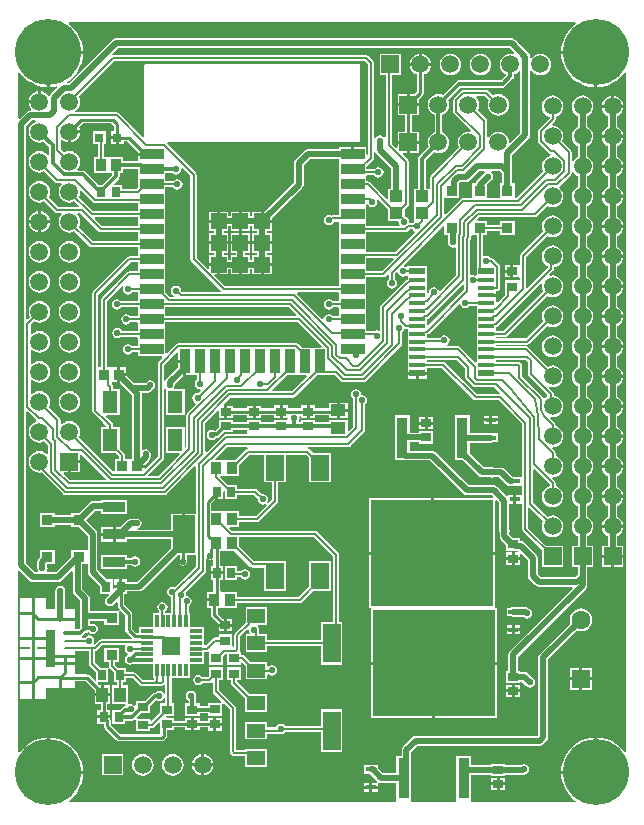
<source format=gtl>
G04*
G04 #@! TF.GenerationSoftware,Altium Limited,Altium Designer,20.1.14 (287)*
G04*
G04 Layer_Physical_Order=1*
G04 Layer_Color=255*
%FSLAX24Y24*%
%MOIN*%
G70*
G04*
G04 #@! TF.SameCoordinates,D1A17965-E816-498F-87AB-38A2C5CE3A16*
G04*
G04*
G04 #@! TF.FilePolarity,Positive*
G04*
G01*
G75*
%ADD15R,0.0335X0.0177*%
%ADD16R,0.0335X0.0295*%
%ADD17R,0.0787X0.0354*%
%ADD18R,0.0354X0.0787*%
%ADD19R,0.0524X0.0524*%
%ADD20R,0.0315X0.0354*%
%ADD21R,0.0374X0.0354*%
%ADD22R,0.0354X0.0295*%
%ADD23R,0.0374X0.1378*%
%ADD24R,0.4075X0.3543*%
%ADD25R,0.0354X0.0394*%
%ADD26R,0.0512X0.0748*%
%ADD27R,0.0630X0.0858*%
%ADD28R,0.0630X0.0866*%
%ADD29R,0.0354X0.0315*%
%ADD30R,0.0512X0.0394*%
%ADD31R,0.0591X0.1299*%
%ADD32R,0.0591X0.0472*%
%ADD33R,0.0295X0.0354*%
%ADD34R,0.0295X0.0335*%
%ADD35R,0.0276X0.0354*%
%ADD36R,0.0354X0.0276*%
%ADD37R,0.0433X0.0394*%
%ADD38R,0.0531X0.0157*%
%ADD39R,0.0531X0.0236*%
%ADD40R,0.0415X0.0118*%
%ADD41R,0.0118X0.0415*%
%ADD42R,0.0600X0.0600*%
%ADD43R,0.0748X0.0354*%
%ADD44R,0.0748X0.1260*%
%ADD45R,0.0374X0.0374*%
%ADD46R,0.0315X0.0315*%
%ADD47R,0.0394X0.0512*%
%ADD88C,0.0080*%
%ADD89C,0.0200*%
%ADD90C,0.0120*%
%ADD91C,0.0100*%
%ADD92C,0.0591*%
%ADD93R,0.0591X0.0591*%
%ADD94R,0.0591X0.0591*%
%ADD95C,0.0630*%
%ADD96R,0.0630X0.0630*%
%ADD97C,0.2200*%
%ADD98C,0.0220*%
G36*
X29188Y35282D02*
X29159Y35239D01*
X29143Y35246D01*
X29050Y35258D01*
X28957Y35246D01*
X28871Y35210D01*
X28797Y35153D01*
X28740Y35079D01*
X28704Y34993D01*
X28692Y34900D01*
X28704Y34807D01*
X28740Y34721D01*
X28797Y34647D01*
X28871Y34590D01*
X28889Y34582D01*
X28900Y34523D01*
X28749Y34372D01*
X27350D01*
X27303Y34363D01*
X27263Y34337D01*
X26800Y33873D01*
X26743Y33896D01*
X26650Y33908D01*
X26557Y33896D01*
X26471Y33860D01*
X26397Y33803D01*
X26340Y33729D01*
X26304Y33643D01*
X26292Y33550D01*
X26304Y33457D01*
X26340Y33371D01*
X26397Y33297D01*
X26471Y33240D01*
X26528Y33216D01*
Y32634D01*
X26471Y32610D01*
X26397Y32553D01*
X26340Y32479D01*
X26304Y32393D01*
X26292Y32300D01*
X26304Y32207D01*
X26327Y32150D01*
X26013Y31837D01*
X25987Y31797D01*
X25978Y31750D01*
Y30758D01*
X25823D01*
Y30244D01*
X25823Y30244D01*
Y30207D01*
X25823D01*
X25823Y30194D01*
Y29803D01*
X25822Y29793D01*
X25823Y29783D01*
Y29693D01*
X25823D01*
X25833Y29643D01*
X25802Y29623D01*
X25789Y29602D01*
X25710D01*
X25678Y29641D01*
X25679Y29644D01*
X25666Y29711D01*
X25628Y29767D01*
X25572Y29804D01*
X25556Y29807D01*
X25527Y29837D01*
Y30063D01*
X25639Y30175D01*
X25661Y30208D01*
X25668Y30247D01*
Y31651D01*
X25661Y31691D01*
X25639Y31724D01*
X25464Y31899D01*
X25483Y31945D01*
X25600D01*
Y32250D01*
X25295D01*
Y32133D01*
X25249Y32114D01*
X25102Y32260D01*
Y34545D01*
X25405D01*
Y35255D01*
X24695D01*
Y34545D01*
X24898D01*
Y32470D01*
X24888Y32462D01*
X24821Y32472D01*
X24815Y32482D01*
X24758Y32520D01*
X24692Y32533D01*
X24626Y32520D01*
X24569Y32482D01*
X24552Y32456D01*
X24502Y32471D01*
Y34950D01*
X24494Y34989D01*
X24472Y35022D01*
X24322Y35172D01*
X24289Y35194D01*
X24250Y35202D01*
X15803D01*
X15797Y35210D01*
X15780Y35249D01*
X15968Y35437D01*
X29032D01*
X29188Y35282D01*
D02*
G37*
G36*
X31215Y36297D02*
X31228Y36249D01*
X31216Y36241D01*
X31077Y36123D01*
X30959Y35984D01*
X30863Y35828D01*
X30793Y35660D01*
X30751Y35482D01*
X30740Y35350D01*
X31900D01*
Y35300D01*
X31950D01*
Y34140D01*
X32082Y34151D01*
X32260Y34193D01*
X32428Y34263D01*
X32584Y34359D01*
X32723Y34477D01*
X32841Y34616D01*
X32849Y34628D01*
X32897Y34615D01*
X32897Y11985D01*
X32849Y11972D01*
X32841Y11984D01*
X32723Y12123D01*
X32584Y12241D01*
X32428Y12337D01*
X32260Y12407D01*
X32082Y12449D01*
X31950Y12460D01*
Y11300D01*
X31900D01*
Y11250D01*
X30740D01*
X30751Y11118D01*
X30793Y10940D01*
X30863Y10772D01*
X30959Y10616D01*
X31077Y10477D01*
X31216Y10359D01*
X31228Y10351D01*
X31215Y10303D01*
X27752D01*
X27747Y10351D01*
X27747Y10353D01*
Y11223D01*
X28413D01*
Y11179D01*
X28887D01*
Y11223D01*
X29481D01*
X29499Y11227D01*
X29500Y11227D01*
X29566Y11240D01*
X29623Y11277D01*
X29660Y11334D01*
X29673Y11400D01*
X29660Y11466D01*
X29623Y11523D01*
X29566Y11560D01*
X29500Y11573D01*
X29434Y11560D01*
X29418Y11549D01*
X28887D01*
Y11594D01*
X28413D01*
Y11549D01*
X27747D01*
Y11849D01*
X27253D01*
Y10353D01*
X27248Y10303D01*
X25752D01*
X25747Y10351D01*
X25747Y10353D01*
Y11171D01*
X25750Y11187D01*
Y11969D01*
X25968Y12187D01*
X30033D01*
X30095Y12199D01*
X30148Y12235D01*
X30265Y12352D01*
X30301Y12405D01*
X30313Y12467D01*
Y15067D01*
X31276Y16030D01*
X31302Y16019D01*
X31400Y16006D01*
X31498Y16019D01*
X31589Y16057D01*
X31667Y16117D01*
X31728Y16195D01*
X31765Y16286D01*
X31778Y16384D01*
X31765Y16482D01*
X31728Y16573D01*
X31667Y16652D01*
X31589Y16712D01*
X31498Y16750D01*
X31400Y16762D01*
X31302Y16750D01*
X31211Y16712D01*
X31133Y16652D01*
X31072Y16573D01*
X31035Y16482D01*
X31022Y16384D01*
X31035Y16286D01*
X31045Y16260D01*
X30035Y15250D01*
X29999Y15197D01*
X29987Y15134D01*
Y12535D01*
X29965Y12513D01*
X25900D01*
X25900Y12513D01*
X25838Y12501D01*
X25785Y12465D01*
X25472Y12152D01*
X25436Y12099D01*
X25424Y12037D01*
Y11849D01*
X25253D01*
Y11263D01*
X24819D01*
X24627Y11455D01*
Y11544D01*
X24522D01*
X24518Y11546D01*
X24456Y11558D01*
X24400D01*
X24338Y11546D01*
X24334Y11544D01*
X24173D01*
Y11247D01*
X24334D01*
X24338Y11245D01*
X24385Y11235D01*
X24617Y11003D01*
X24596Y10953D01*
X24587Y10953D01*
X24450D01*
Y10855D01*
X24627D01*
Y10916D01*
Y10919D01*
D01*
X24627Y10930D01*
X24645Y10941D01*
X24675Y10958D01*
X24689Y10949D01*
X24751Y10937D01*
X25253D01*
Y10353D01*
X25248Y10303D01*
X14335Y10303D01*
X14322Y10351D01*
X14334Y10359D01*
X14473Y10477D01*
X14591Y10616D01*
X14687Y10772D01*
X14757Y10940D01*
X14799Y11118D01*
X14810Y11250D01*
X13650D01*
Y11300D01*
X13600D01*
Y12460D01*
X13468Y12449D01*
X13290Y12407D01*
X13122Y12337D01*
X12966Y12241D01*
X12827Y12123D01*
X12709Y11984D01*
X12701Y11972D01*
X12653Y11985D01*
Y18001D01*
X12699Y18020D01*
X13035Y17685D01*
X13088Y17649D01*
X13150Y17637D01*
X13972D01*
X14035Y17649D01*
X14088Y17685D01*
X14413Y18010D01*
X14459Y17991D01*
Y17343D01*
X14472Y17280D01*
X14507Y17227D01*
X14700Y17034D01*
Y16511D01*
Y16111D01*
X14658Y16068D01*
X14523D01*
Y16354D01*
X14049D01*
Y16454D01*
X14523D01*
Y16754D01*
X14213D01*
Y17350D01*
X14201Y17412D01*
X14165Y17465D01*
X14112Y17501D01*
X14050Y17513D01*
X13988Y17501D01*
X13935Y17465D01*
X13899Y17412D01*
X13887Y17350D01*
Y16754D01*
X13578D01*
Y17108D01*
X13194D01*
Y16581D01*
X13144D01*
Y16531D01*
X12710D01*
Y16053D01*
Y15814D01*
X13144D01*
X13578D01*
Y16053D01*
X13859D01*
Y15797D01*
Y15542D01*
Y15286D01*
Y15228D01*
X14191D01*
X14523D01*
Y15332D01*
X15011D01*
Y14911D01*
X15019Y14872D01*
X15041Y14839D01*
X15253Y14627D01*
Y14365D01*
X15206Y14346D01*
X15023Y14529D01*
X14987Y14554D01*
X14944Y14562D01*
X14944Y14562D01*
X14523D01*
Y14815D01*
X14523D01*
Y14872D01*
X14191D01*
X13859D01*
Y14815D01*
X13578D01*
Y15055D01*
X13144D01*
X12710D01*
Y14813D01*
Y14338D01*
X13144D01*
Y14288D01*
X13194D01*
Y13760D01*
X13578D01*
Y14114D01*
X13999D01*
Y14465D01*
X14099D01*
Y14114D01*
X14523D01*
Y14338D01*
X14897D01*
X15194Y14042D01*
Y13934D01*
X15400D01*
Y14200D01*
X15352D01*
X15301Y14251D01*
X15321Y14297D01*
X15648D01*
Y14753D01*
X15670Y14767D01*
X15698Y14773D01*
X15843Y14627D01*
Y14297D01*
X15939D01*
Y14200D01*
X15784D01*
Y13568D01*
X16207D01*
X16236Y13518D01*
X16236Y13518D01*
X16225Y13511D01*
X16215D01*
X16168Y13502D01*
X16128Y13475D01*
X16041Y13387D01*
X15779D01*
Y12913D01*
X16214D01*
Y13028D01*
X16445D01*
X16492Y13037D01*
X16518Y13054D01*
X16558Y13038D01*
X16568Y13029D01*
Y12682D01*
X17042D01*
Y12778D01*
X17096D01*
X17135Y12785D01*
X17168Y12807D01*
X17321Y12961D01*
X17368Y12941D01*
Y12708D01*
X17388D01*
Y12562D01*
X16046D01*
X15724Y12885D01*
Y13043D01*
X15724Y13043D01*
X15721Y13053D01*
Y13100D01*
X15504D01*
X15286D01*
Y12913D01*
X15499D01*
Y12839D01*
X15499Y12839D01*
X15508Y12796D01*
X15532Y12759D01*
X15921Y12371D01*
X15957Y12346D01*
X16000Y12338D01*
X16000Y12338D01*
X17441D01*
X17441Y12338D01*
X17484Y12346D01*
X17521Y12371D01*
X17579Y12429D01*
X17579Y12429D01*
X17604Y12466D01*
X17612Y12509D01*
Y12708D01*
X17842D01*
Y12804D01*
X18218D01*
Y12708D01*
X18405D01*
Y12916D01*
Y13123D01*
X18218D01*
Y13028D01*
X17842D01*
Y13123D01*
X17602D01*
X17575Y13173D01*
X17580Y13181D01*
X17842D01*
Y13596D01*
X17757D01*
Y14451D01*
X18365D01*
Y14915D01*
X18828D01*
Y15326D01*
X18933D01*
X18963Y15332D01*
X18993Y15307D01*
X19003Y15294D01*
Y14893D01*
X19458D01*
Y15164D01*
X19542Y15248D01*
X19603D01*
Y14893D01*
X20058D01*
Y14945D01*
X20108Y14966D01*
X20225Y14849D01*
Y14398D01*
X20936D01*
Y14553D01*
X20963Y14566D01*
X20986Y14572D01*
X21037Y14538D01*
X21103Y14524D01*
X21169Y14538D01*
X21226Y14575D01*
X21263Y14631D01*
X21276Y14698D01*
X21263Y14764D01*
X21226Y14820D01*
X21169Y14858D01*
X21103Y14871D01*
X21037Y14858D01*
X20986Y14824D01*
X20963Y14829D01*
X20936Y14843D01*
Y14991D01*
X20372D01*
X20190Y15172D01*
X20157Y15195D01*
X20118Y15202D01*
X20058D01*
Y15308D01*
X20058D01*
X20042Y15358D01*
X20044Y15361D01*
X20052Y15400D01*
Y15833D01*
X20278Y16059D01*
X20298Y16055D01*
X20329Y16039D01*
X20340Y15984D01*
X20365Y15946D01*
X20341Y15896D01*
X20225D01*
Y15304D01*
X20936D01*
Y15498D01*
X22745D01*
Y14890D01*
X23455D01*
Y16310D01*
X23352D01*
Y18550D01*
X23344Y18589D01*
X23322Y18622D01*
X22625Y19319D01*
X22592Y19341D01*
X22553Y19349D01*
X19770D01*
X19672Y19447D01*
X19691Y19493D01*
X19993D01*
Y19648D01*
X20600D01*
X20639Y19656D01*
X20672Y19678D01*
X21272Y20278D01*
X21294Y20311D01*
X21302Y20350D01*
Y20966D01*
X21575D01*
Y21890D01*
X22243D01*
X22325Y21808D01*
Y20966D01*
X23075D01*
Y21952D01*
X22469D01*
X22357Y22064D01*
X22324Y22086D01*
X22299Y22091D01*
X22304Y22141D01*
X23650D01*
X23689Y22149D01*
X23722Y22171D01*
X24182Y22631D01*
X24204Y22664D01*
X24212Y22703D01*
Y23564D01*
X24233Y23577D01*
X24270Y23634D01*
X24283Y23700D01*
X24270Y23766D01*
X24233Y23823D01*
X24176Y23860D01*
X24119Y23872D01*
X24102Y23882D01*
X24070Y23916D01*
X24060Y23966D01*
X24023Y24023D01*
X23966Y24060D01*
X23900Y24073D01*
X23834Y24060D01*
X23777Y24023D01*
X23740Y23966D01*
X23727Y23900D01*
X23740Y23834D01*
X23777Y23777D01*
X23798Y23764D01*
Y22811D01*
X23679Y22692D01*
X23633Y22711D01*
Y23037D01*
X23001D01*
Y22967D01*
X22554D01*
Y23047D01*
X22080D01*
Y22967D01*
X22028D01*
X22001Y23017D01*
X22010Y23031D01*
X22023Y23097D01*
X22014Y23145D01*
X22047Y23186D01*
X22080Y23178D01*
Y23104D01*
X22267D01*
Y23321D01*
Y23539D01*
X22080D01*
Y23429D01*
X21654D01*
Y23539D01*
X21467D01*
Y23321D01*
Y23104D01*
X21624D01*
X21630Y23097D01*
X21630Y23096D01*
X21591Y23047D01*
X21180D01*
Y22967D01*
X20754D01*
Y23047D01*
X20280D01*
Y22967D01*
X19804D01*
Y23053D01*
X19330D01*
Y22810D01*
X19211Y22691D01*
X19194D01*
X19166Y22710D01*
X19100Y22723D01*
X19034Y22710D01*
X18977Y22673D01*
X18940Y22616D01*
X18927Y22550D01*
X18940Y22484D01*
X18977Y22427D01*
X19034Y22390D01*
X19100Y22377D01*
X19166Y22390D01*
X19223Y22427D01*
X19235Y22447D01*
X19262D01*
X19309Y22456D01*
X19349Y22483D01*
X19503Y22637D01*
X19804D01*
Y22723D01*
X20280D01*
Y22631D01*
X20280D01*
X20271Y22585D01*
X19583D01*
X19544Y22577D01*
X19511Y22555D01*
X18936Y21980D01*
X18925Y21973D01*
X18875Y21997D01*
Y22947D01*
X19284Y23356D01*
X19330Y23337D01*
Y23110D01*
X19517D01*
Y23317D01*
Y23527D01*
X19499Y23571D01*
X19722Y23794D01*
X21803D01*
X21842Y23802D01*
X21875Y23824D01*
X22603Y24553D01*
X22824D01*
X22834Y24551D01*
X23192D01*
X23395Y24348D01*
X23428Y24326D01*
X23467Y24318D01*
X24161D01*
X24200Y24326D01*
X24233Y24348D01*
X25422Y25537D01*
X25444Y25570D01*
X25452Y25609D01*
Y25964D01*
X25473Y25977D01*
X25510Y26034D01*
X25517Y26069D01*
X25539Y26078D01*
X25578Y26070D01*
X25623D01*
Y25777D01*
Y25522D01*
Y25266D01*
Y25010D01*
Y24754D01*
Y24647D01*
X25948D01*
X26274D01*
Y24791D01*
X26765D01*
X27828Y23728D01*
X27861Y23706D01*
X27900Y23698D01*
X28658D01*
X29448Y22908D01*
Y21185D01*
X29427Y21144D01*
X29398Y21144D01*
X29167D01*
X29160Y21148D01*
X29112Y21158D01*
X28859Y21412D01*
X28806Y21447D01*
X28743Y21459D01*
X28518D01*
X28516Y21460D01*
X28450Y21473D01*
X28418Y21467D01*
X28162D01*
X27697Y21932D01*
Y22292D01*
X28400D01*
X28462Y22304D01*
X28466Y22306D01*
X28627D01*
Y22603D01*
X28466D01*
X28462Y22605D01*
X28400Y22618D01*
X27697D01*
Y23199D01*
X27203D01*
Y21701D01*
X27466D01*
X27979Y21188D01*
X28032Y21153D01*
X28094Y21141D01*
X28382D01*
X28384Y21140D01*
X28450Y21127D01*
X28482Y21133D01*
X28676D01*
X28926Y20882D01*
X28973Y20851D01*
Y20847D01*
X28980D01*
X29042Y20835D01*
X29088D01*
X29100Y20832D01*
X29162Y20845D01*
X29166Y20847D01*
X29427Y20847D01*
X29448Y20805D01*
Y20595D01*
X29427Y20553D01*
X29398Y20553D01*
X29250D01*
Y20405D01*
Y20256D01*
X29427Y20256D01*
X29448Y20215D01*
Y19411D01*
X29456Y19372D01*
X29478Y19339D01*
X30103Y18715D01*
Y18148D01*
X30813D01*
Y18859D01*
X30247D01*
X29652Y19454D01*
Y20100D01*
X29698Y20119D01*
X30144Y19674D01*
X30112Y19596D01*
X30100Y19504D01*
X30112Y19411D01*
X30148Y19324D01*
X30204Y19250D01*
X30279Y19193D01*
X30365Y19157D01*
X30458Y19145D01*
X30551Y19157D01*
X30637Y19193D01*
X30711Y19250D01*
X30768Y19324D01*
X30804Y19411D01*
X30816Y19504D01*
X30804Y19596D01*
X30768Y19683D01*
X30711Y19757D01*
X30637Y19814D01*
X30551Y19850D01*
X30458Y19862D01*
X30365Y19850D01*
X30288Y19818D01*
X29802Y20304D01*
Y21391D01*
X29848Y21410D01*
X30356Y20902D01*
Y20846D01*
X30279Y20814D01*
X30204Y20757D01*
X30148Y20683D01*
X30112Y20596D01*
X30100Y20504D01*
X30112Y20411D01*
X30148Y20324D01*
X30204Y20250D01*
X30279Y20193D01*
X30365Y20157D01*
X30458Y20145D01*
X30551Y20157D01*
X30637Y20193D01*
X30711Y20250D01*
X30768Y20324D01*
X30804Y20411D01*
X30816Y20504D01*
X30804Y20596D01*
X30768Y20683D01*
X30711Y20757D01*
X30637Y20814D01*
X30560Y20846D01*
Y20945D01*
X30552Y20984D01*
X30530Y21017D01*
X30446Y21101D01*
X30470Y21147D01*
X30551Y21157D01*
X30637Y21193D01*
X30711Y21250D01*
X30768Y21324D01*
X30804Y21411D01*
X30816Y21504D01*
X30804Y21596D01*
X30768Y21683D01*
X30711Y21757D01*
X30637Y21814D01*
X30560Y21846D01*
Y21942D01*
X30552Y21981D01*
X30530Y22014D01*
X30443Y22101D01*
X30468Y22147D01*
X30551Y22157D01*
X30637Y22193D01*
X30711Y22250D01*
X30768Y22324D01*
X30804Y22411D01*
X30816Y22504D01*
X30804Y22596D01*
X30768Y22683D01*
X30711Y22757D01*
X30637Y22814D01*
X30560Y22846D01*
Y22870D01*
X30556Y22887D01*
X30554Y22905D01*
X30552Y22907D01*
X30552Y22909D01*
X30542Y22924D01*
X30533Y22939D01*
X30380Y23105D01*
X30404Y23152D01*
X30458Y23145D01*
X30551Y23157D01*
X30637Y23193D01*
X30711Y23250D01*
X30768Y23324D01*
X30804Y23411D01*
X30816Y23504D01*
X30804Y23596D01*
X30768Y23683D01*
X30711Y23757D01*
X30637Y23814D01*
X30551Y23850D01*
X30502Y23856D01*
Y23900D01*
X30494Y23939D01*
X30472Y23972D01*
X30324Y24120D01*
X30352Y24163D01*
X30365Y24157D01*
X30458Y24145D01*
X30551Y24157D01*
X30637Y24193D01*
X30711Y24250D01*
X30768Y24324D01*
X30804Y24411D01*
X30816Y24504D01*
X30804Y24596D01*
X30768Y24683D01*
X30711Y24757D01*
X30637Y24814D01*
X30551Y24850D01*
X30458Y24862D01*
X30365Y24850D01*
X30288Y24818D01*
X29629Y25476D01*
X29596Y25499D01*
X29557Y25506D01*
X28577D01*
Y25558D01*
X29615D01*
X29654Y25566D01*
X29687Y25588D01*
X30288Y26189D01*
X30365Y26157D01*
X30458Y26145D01*
X30551Y26157D01*
X30637Y26193D01*
X30711Y26250D01*
X30768Y26324D01*
X30804Y26411D01*
X30816Y26504D01*
X30804Y26596D01*
X30768Y26683D01*
X30711Y26757D01*
X30637Y26814D01*
X30551Y26850D01*
X30458Y26862D01*
X30365Y26850D01*
X30279Y26814D01*
X30204Y26757D01*
X30148Y26683D01*
X30112Y26596D01*
X30100Y26504D01*
X30112Y26411D01*
X30144Y26334D01*
X29572Y25762D01*
X28577D01*
Y25814D01*
X28870D01*
X28909Y25822D01*
X28943Y25844D01*
X30288Y27189D01*
X30365Y27157D01*
X30458Y27145D01*
X30551Y27157D01*
X30637Y27193D01*
X30711Y27250D01*
X30768Y27324D01*
X30804Y27411D01*
X30816Y27504D01*
X30804Y27596D01*
X30768Y27683D01*
X30711Y27757D01*
X30637Y27814D01*
X30551Y27850D01*
X30458Y27862D01*
X30375Y27851D01*
X30356Y27877D01*
X30350Y27896D01*
X30470Y28016D01*
X30492Y28049D01*
X30500Y28088D01*
Y28151D01*
X30551Y28157D01*
X30637Y28193D01*
X30711Y28250D01*
X30768Y28324D01*
X30804Y28411D01*
X30816Y28504D01*
X30804Y28596D01*
X30768Y28683D01*
X30711Y28757D01*
X30637Y28814D01*
X30551Y28850D01*
X30458Y28862D01*
X30365Y28850D01*
X30279Y28814D01*
X30204Y28757D01*
X30148Y28683D01*
X30112Y28596D01*
X30100Y28504D01*
X30112Y28411D01*
X30148Y28324D01*
X30204Y28250D01*
X30279Y28193D01*
X30296Y28186D01*
Y28131D01*
X29616Y27450D01*
X29566Y27471D01*
Y28467D01*
X30288Y29189D01*
X30365Y29157D01*
X30458Y29145D01*
X30551Y29157D01*
X30637Y29193D01*
X30711Y29250D01*
X30768Y29324D01*
X30804Y29411D01*
X30816Y29504D01*
X30804Y29596D01*
X30768Y29683D01*
X30711Y29757D01*
X30637Y29814D01*
X30551Y29850D01*
X30458Y29862D01*
X30365Y29850D01*
X30279Y29814D01*
X30204Y29757D01*
X30148Y29683D01*
X30112Y29596D01*
X30100Y29504D01*
X30112Y29411D01*
X30144Y29334D01*
X29392Y28582D01*
X29370Y28548D01*
X29362Y28509D01*
Y28249D01*
X29327Y28214D01*
X29312Y28214D01*
X29150D01*
Y28006D01*
Y27798D01*
X29312D01*
X29327Y27798D01*
X29362Y27763D01*
Y27737D01*
X29327Y27702D01*
X28873D01*
Y27396D01*
X28871Y27386D01*
Y27217D01*
X28624Y26970D01*
X28577Y26989D01*
Y27146D01*
X28252D01*
Y27246D01*
X28577D01*
Y27350D01*
X28602D01*
X28641Y27357D01*
X28674Y27379D01*
X28679Y27385D01*
X28702Y27418D01*
X28709Y27457D01*
Y28158D01*
X28702Y28197D01*
X28679Y28230D01*
X28488Y28422D01*
X28454Y28444D01*
X28415Y28452D01*
X28386D01*
X28373Y28473D01*
X28316Y28510D01*
X28250Y28523D01*
X28184Y28510D01*
X28172Y28502D01*
X28128Y28526D01*
Y28698D01*
X28127Y28702D01*
Y29216D01*
X28272D01*
Y29351D01*
X28703D01*
Y29216D01*
X29197D01*
Y29690D01*
X28703D01*
Y29555D01*
X28272D01*
Y29690D01*
X27966D01*
X27947Y29736D01*
X28027Y29817D01*
X29873D01*
X29912Y29824D01*
X29945Y29846D01*
X30288Y30189D01*
X30365Y30157D01*
X30458Y30145D01*
X30551Y30157D01*
X30637Y30193D01*
X30711Y30250D01*
X30768Y30324D01*
X30804Y30411D01*
X30816Y30504D01*
X30804Y30596D01*
X30768Y30683D01*
X30711Y30757D01*
X30691Y30772D01*
X30687Y30799D01*
X30691Y30835D01*
X31065Y31210D01*
X31087Y31243D01*
X31095Y31282D01*
Y31320D01*
X31145Y31330D01*
X31148Y31324D01*
X31204Y31250D01*
X31279Y31193D01*
X31295Y31187D01*
Y30821D01*
X31279Y30814D01*
X31204Y30757D01*
X31148Y30683D01*
X31112Y30596D01*
X31100Y30504D01*
X31112Y30411D01*
X31148Y30324D01*
X31204Y30250D01*
X31279Y30193D01*
X31295Y30187D01*
Y29821D01*
X31279Y29814D01*
X31204Y29757D01*
X31148Y29683D01*
X31112Y29596D01*
X31100Y29504D01*
X31112Y29411D01*
X31148Y29324D01*
X31204Y29250D01*
X31279Y29193D01*
X31295Y29187D01*
Y28821D01*
X31279Y28814D01*
X31204Y28757D01*
X31148Y28683D01*
X31112Y28596D01*
X31100Y28504D01*
X31112Y28411D01*
X31148Y28324D01*
X31204Y28250D01*
X31279Y28193D01*
X31295Y28187D01*
Y27821D01*
X31279Y27814D01*
X31204Y27757D01*
X31148Y27683D01*
X31112Y27596D01*
X31100Y27504D01*
X31112Y27411D01*
X31148Y27324D01*
X31204Y27250D01*
X31279Y27193D01*
X31295Y27187D01*
Y26821D01*
X31279Y26814D01*
X31204Y26757D01*
X31148Y26683D01*
X31112Y26596D01*
X31100Y26504D01*
X31112Y26411D01*
X31148Y26324D01*
X31204Y26250D01*
X31279Y26193D01*
X31295Y26187D01*
Y25821D01*
X31279Y25814D01*
X31204Y25757D01*
X31148Y25683D01*
X31112Y25596D01*
X31100Y25504D01*
X31112Y25411D01*
X31148Y25324D01*
X31204Y25250D01*
X31279Y25193D01*
X31295Y25187D01*
Y24821D01*
X31279Y24814D01*
X31204Y24757D01*
X31148Y24683D01*
X31112Y24596D01*
X31100Y24504D01*
X31112Y24411D01*
X31148Y24324D01*
X31204Y24250D01*
X31279Y24193D01*
X31295Y24187D01*
Y23821D01*
X31279Y23814D01*
X31204Y23757D01*
X31148Y23683D01*
X31112Y23596D01*
X31100Y23504D01*
X31112Y23411D01*
X31148Y23324D01*
X31204Y23250D01*
X31279Y23193D01*
X31295Y23187D01*
Y22821D01*
X31279Y22814D01*
X31204Y22757D01*
X31148Y22683D01*
X31112Y22596D01*
X31100Y22504D01*
X31112Y22411D01*
X31148Y22324D01*
X31204Y22250D01*
X31279Y22193D01*
X31295Y22187D01*
Y21821D01*
X31279Y21814D01*
X31204Y21757D01*
X31148Y21683D01*
X31112Y21596D01*
X31100Y21504D01*
X31112Y21411D01*
X31148Y21324D01*
X31204Y21250D01*
X31279Y21193D01*
X31295Y21187D01*
Y20821D01*
X31279Y20814D01*
X31204Y20757D01*
X31148Y20683D01*
X31112Y20596D01*
X31100Y20504D01*
X31112Y20411D01*
X31148Y20324D01*
X31204Y20250D01*
X31279Y20193D01*
X31295Y20187D01*
Y19821D01*
X31279Y19814D01*
X31204Y19757D01*
X31148Y19683D01*
X31112Y19596D01*
X31100Y19504D01*
X31112Y19411D01*
X31148Y19324D01*
X31204Y19250D01*
X31279Y19193D01*
X31295Y19187D01*
Y18859D01*
X31103D01*
Y18148D01*
X31295D01*
Y17893D01*
X31215Y17813D01*
X30068D01*
X29963Y17918D01*
Y18450D01*
X29951Y18512D01*
X29915Y18565D01*
X29513Y18968D01*
X29460Y19003D01*
X29398Y19016D01*
X29387D01*
Y19108D01*
X29144D01*
X29017Y19234D01*
Y19318D01*
X29023Y19350D01*
X29013Y19401D01*
Y20256D01*
X29150D01*
Y20405D01*
Y20553D01*
X28973D01*
Y20529D01*
X28923Y20508D01*
X28615Y20815D01*
X28562Y20851D01*
X28500Y20863D01*
X27667D01*
X26553Y21976D01*
X26500Y22012D01*
X26438Y22024D01*
X25697D01*
Y22301D01*
X26013D01*
Y22256D01*
X26487D01*
Y22671D01*
X26013D01*
Y22627D01*
X25697D01*
Y23199D01*
X25203D01*
Y21701D01*
X25521D01*
X25537Y21698D01*
X26370D01*
X27484Y20585D01*
X27537Y20549D01*
X27599Y20537D01*
X28432D01*
X28480Y20489D01*
X28461Y20443D01*
X26500D01*
Y18661D01*
X28547D01*
Y20357D01*
X28594Y20376D01*
X28687Y20282D01*
Y19401D01*
X28677Y19350D01*
X28690Y19284D01*
X28691Y19282D01*
Y19167D01*
X28703Y19104D01*
X28738Y19051D01*
X28913Y18877D01*
Y18692D01*
X29182D01*
X29198Y18689D01*
X29287D01*
X29290Y18685D01*
X29263Y18635D01*
X29200D01*
Y18478D01*
X29387D01*
Y18567D01*
X29433Y18586D01*
X29637Y18382D01*
Y17850D01*
X29649Y17788D01*
X29685Y17735D01*
X29885Y17535D01*
X29938Y17499D01*
X30000Y17487D01*
X31112D01*
X31131Y17441D01*
X29035Y15344D01*
X28999Y15291D01*
X28987Y15229D01*
Y14694D01*
X28913D01*
Y14279D01*
X29387D01*
Y14323D01*
X29446D01*
X29548Y14221D01*
X29577Y14177D01*
X29634Y14140D01*
X29700Y14127D01*
X29766Y14140D01*
X29823Y14177D01*
X29860Y14234D01*
X29873Y14300D01*
X29860Y14366D01*
X29823Y14423D01*
X29779Y14452D01*
X29629Y14602D01*
X29576Y14637D01*
X29514Y14649D01*
X29387D01*
Y14694D01*
X29313D01*
Y15161D01*
X31573Y17421D01*
X31609Y17474D01*
X31621Y17536D01*
Y17825D01*
Y18148D01*
X31813D01*
Y18859D01*
X31621D01*
Y19187D01*
X31637Y19193D01*
X31711Y19250D01*
X31768Y19324D01*
X31804Y19411D01*
X31816Y19504D01*
X31804Y19596D01*
X31768Y19683D01*
X31711Y19757D01*
X31637Y19814D01*
X31621Y19821D01*
Y20187D01*
X31637Y20193D01*
X31711Y20250D01*
X31768Y20324D01*
X31804Y20411D01*
X31816Y20504D01*
X31804Y20596D01*
X31768Y20683D01*
X31711Y20757D01*
X31637Y20814D01*
X31621Y20821D01*
Y21187D01*
X31637Y21193D01*
X31711Y21250D01*
X31768Y21324D01*
X31804Y21411D01*
X31816Y21504D01*
X31804Y21596D01*
X31768Y21683D01*
X31711Y21757D01*
X31637Y21814D01*
X31621Y21821D01*
Y22187D01*
X31637Y22193D01*
X31711Y22250D01*
X31768Y22324D01*
X31804Y22411D01*
X31816Y22504D01*
X31804Y22596D01*
X31768Y22683D01*
X31711Y22757D01*
X31637Y22814D01*
X31621Y22821D01*
Y23187D01*
X31637Y23193D01*
X31711Y23250D01*
X31768Y23324D01*
X31804Y23411D01*
X31816Y23504D01*
X31804Y23596D01*
X31768Y23683D01*
X31711Y23757D01*
X31637Y23814D01*
X31621Y23821D01*
Y24187D01*
X31637Y24193D01*
X31711Y24250D01*
X31768Y24324D01*
X31804Y24411D01*
X31816Y24504D01*
X31804Y24596D01*
X31768Y24683D01*
X31711Y24757D01*
X31637Y24814D01*
X31621Y24821D01*
Y25187D01*
X31637Y25193D01*
X31711Y25250D01*
X31768Y25324D01*
X31804Y25411D01*
X31816Y25504D01*
X31804Y25596D01*
X31768Y25683D01*
X31711Y25757D01*
X31637Y25814D01*
X31621Y25821D01*
Y26187D01*
X31637Y26193D01*
X31711Y26250D01*
X31768Y26324D01*
X31804Y26411D01*
X31816Y26504D01*
X31804Y26596D01*
X31768Y26683D01*
X31711Y26757D01*
X31637Y26814D01*
X31621Y26821D01*
Y27187D01*
X31637Y27193D01*
X31711Y27250D01*
X31768Y27324D01*
X31804Y27411D01*
X31816Y27504D01*
X31804Y27596D01*
X31768Y27683D01*
X31711Y27757D01*
X31637Y27814D01*
X31621Y27821D01*
Y28187D01*
X31637Y28193D01*
X31711Y28250D01*
X31768Y28324D01*
X31804Y28411D01*
X31816Y28504D01*
X31804Y28596D01*
X31768Y28683D01*
X31711Y28757D01*
X31637Y28814D01*
X31621Y28821D01*
Y29187D01*
X31637Y29193D01*
X31711Y29250D01*
X31768Y29324D01*
X31804Y29411D01*
X31816Y29504D01*
X31804Y29596D01*
X31768Y29683D01*
X31711Y29757D01*
X31637Y29814D01*
X31621Y29821D01*
Y30187D01*
X31637Y30193D01*
X31711Y30250D01*
X31768Y30324D01*
X31804Y30411D01*
X31816Y30504D01*
X31804Y30596D01*
X31768Y30683D01*
X31711Y30757D01*
X31637Y30814D01*
X31621Y30821D01*
Y31187D01*
X31637Y31193D01*
X31711Y31250D01*
X31768Y31324D01*
X31804Y31411D01*
X31816Y31504D01*
X31804Y31596D01*
X31768Y31683D01*
X31711Y31757D01*
X31637Y31814D01*
X31621Y31821D01*
Y32187D01*
X31637Y32193D01*
X31711Y32250D01*
X31768Y32324D01*
X31804Y32411D01*
X31816Y32504D01*
X31804Y32596D01*
X31768Y32683D01*
X31711Y32757D01*
X31637Y32814D01*
X31621Y32821D01*
Y33187D01*
X31637Y33193D01*
X31711Y33250D01*
X31768Y33324D01*
X31804Y33411D01*
X31816Y33504D01*
X31804Y33596D01*
X31768Y33683D01*
X31711Y33757D01*
X31637Y33814D01*
X31551Y33850D01*
X31458Y33862D01*
X31365Y33850D01*
X31279Y33814D01*
X31204Y33757D01*
X31148Y33683D01*
X31112Y33596D01*
X31100Y33504D01*
X31112Y33411D01*
X31148Y33324D01*
X31204Y33250D01*
X31279Y33193D01*
X31295Y33187D01*
Y32821D01*
X31279Y32814D01*
X31204Y32757D01*
X31148Y32683D01*
X31112Y32596D01*
X31100Y32504D01*
X31112Y32411D01*
X31148Y32324D01*
X31204Y32250D01*
X31279Y32193D01*
X31295Y32187D01*
Y31821D01*
X31279Y31814D01*
X31204Y31757D01*
X31148Y31683D01*
X31145Y31677D01*
X31095Y31687D01*
Y31968D01*
X31087Y32007D01*
X31065Y32040D01*
X30772Y32334D01*
X30804Y32411D01*
X30816Y32504D01*
X30804Y32596D01*
X30768Y32683D01*
X30711Y32757D01*
X30637Y32814D01*
X30551Y32850D01*
X30470Y32860D01*
X30446Y32907D01*
X30530Y32990D01*
X30552Y33024D01*
X30560Y33063D01*
Y33161D01*
X30637Y33193D01*
X30711Y33250D01*
X30768Y33324D01*
X30804Y33411D01*
X30816Y33504D01*
X30804Y33596D01*
X30768Y33683D01*
X30711Y33757D01*
X30637Y33814D01*
X30551Y33850D01*
X30458Y33862D01*
X30365Y33850D01*
X30279Y33814D01*
X30204Y33757D01*
X30148Y33683D01*
X30112Y33596D01*
X30100Y33504D01*
X30112Y33411D01*
X30148Y33324D01*
X30204Y33250D01*
X30279Y33193D01*
X30356Y33161D01*
Y33105D01*
X29990Y32739D01*
X29968Y32706D01*
X29961Y32667D01*
Y32340D01*
X29968Y32301D01*
X29990Y32268D01*
X30327Y31931D01*
X30360Y31909D01*
X30390Y31903D01*
X30388Y31853D01*
X30365Y31850D01*
X30279Y31814D01*
X30204Y31757D01*
X30148Y31683D01*
X30112Y31596D01*
X30100Y31504D01*
X30112Y31411D01*
X30144Y31334D01*
X29251Y30441D01*
X29241D01*
X29197Y30456D01*
Y30930D01*
X29113D01*
Y31325D01*
Y31889D01*
X29665Y32441D01*
X29701Y32494D01*
X29713Y32556D01*
Y34673D01*
X29763Y34690D01*
X29797Y34647D01*
X29871Y34590D01*
X29957Y34554D01*
X30050Y34542D01*
X30143Y34554D01*
X30229Y34590D01*
X30303Y34647D01*
X30360Y34721D01*
X30396Y34807D01*
X30408Y34900D01*
X30396Y34993D01*
X30360Y35079D01*
X30303Y35153D01*
X30229Y35210D01*
X30143Y35246D01*
X30050Y35258D01*
X29957Y35246D01*
X29871Y35210D01*
X29797Y35153D01*
X29763Y35110D01*
X29713Y35127D01*
Y35150D01*
X29701Y35212D01*
X29665Y35265D01*
X29215Y35715D01*
X29162Y35751D01*
X29100Y35763D01*
X15900D01*
X15838Y35751D01*
X15785Y35715D01*
X14338Y34268D01*
X14279D01*
X14265Y34317D01*
X14334Y34359D01*
X14473Y34477D01*
X14591Y34616D01*
X14687Y34772D01*
X14757Y34940D01*
X14799Y35118D01*
X14810Y35250D01*
X13700D01*
Y34140D01*
X13832Y34151D01*
X13929Y34174D01*
X13954Y34129D01*
X13735Y33909D01*
X13699Y33856D01*
X13647Y33847D01*
X13603Y33903D01*
X13529Y33960D01*
X13443Y33996D01*
X13400Y34002D01*
Y33650D01*
X13350D01*
Y33600D01*
X12998D01*
X13004Y33557D01*
X13040Y33471D01*
X13088Y33408D01*
X13071Y33358D01*
X13045D01*
X13045Y33358D01*
X12982Y33345D01*
X12929Y33310D01*
X12699Y33080D01*
X12653Y33099D01*
Y34615D01*
X12701Y34628D01*
X12709Y34616D01*
X12827Y34477D01*
X12966Y34359D01*
X13122Y34263D01*
X13290Y34193D01*
X13468Y34151D01*
X13600Y34140D01*
Y35300D01*
X13650D01*
Y35350D01*
X14810D01*
X14799Y35482D01*
X14757Y35660D01*
X14687Y35828D01*
X14591Y35984D01*
X14473Y36123D01*
X14334Y36241D01*
X14322Y36249D01*
X14335Y36297D01*
X31215Y36297D01*
D02*
G37*
G36*
X29387Y34673D02*
Y32624D01*
X29054Y32290D01*
X29006Y32314D01*
X28996Y32393D01*
X28960Y32479D01*
X28903Y32553D01*
X28829Y32610D01*
X28743Y32646D01*
X28650Y32658D01*
X28557Y32646D01*
X28471Y32610D01*
X28397Y32553D01*
X28340Y32479D01*
X28337Y32473D01*
X28287Y32483D01*
Y33015D01*
X28279Y33054D01*
X28257Y33087D01*
X27964Y33380D01*
X27996Y33457D01*
X28008Y33550D01*
X27996Y33643D01*
X27960Y33729D01*
X27911Y33793D01*
X27927Y33843D01*
X28212D01*
X28336Y33720D01*
X28304Y33643D01*
X28292Y33550D01*
X28304Y33457D01*
X28340Y33371D01*
X28397Y33297D01*
X28471Y33240D01*
X28557Y33204D01*
X28650Y33192D01*
X28743Y33204D01*
X28829Y33240D01*
X28903Y33297D01*
X28960Y33371D01*
X28996Y33457D01*
X29008Y33550D01*
X28996Y33643D01*
X28960Y33729D01*
X28903Y33803D01*
X28829Y33860D01*
X28743Y33896D01*
X28650Y33908D01*
X28557Y33896D01*
X28480Y33864D01*
X28327Y34017D01*
X28294Y34039D01*
X28255Y34047D01*
X27486D01*
X27447Y34039D01*
X27414Y34017D01*
X27183Y33786D01*
X27161Y33753D01*
X27153Y33714D01*
Y33320D01*
X27161Y33281D01*
X27183Y33248D01*
X27733Y32698D01*
X27710Y32650D01*
X27650Y32658D01*
X27557Y32646D01*
X27471Y32610D01*
X27397Y32553D01*
X27340Y32479D01*
X27304Y32393D01*
X27292Y32300D01*
X27304Y32207D01*
X27336Y32130D01*
X26394Y31188D01*
X26371Y31155D01*
X26364Y31116D01*
Y30758D01*
X26222D01*
Y31699D01*
X26500Y31977D01*
X26557Y31954D01*
X26650Y31942D01*
X26743Y31954D01*
X26829Y31990D01*
X26903Y32047D01*
X26960Y32121D01*
X26996Y32207D01*
X27008Y32300D01*
X26996Y32393D01*
X26960Y32479D01*
X26903Y32553D01*
X26829Y32610D01*
X26772Y32634D01*
Y33216D01*
X26829Y33240D01*
X26903Y33297D01*
X26960Y33371D01*
X26996Y33457D01*
X27008Y33550D01*
X26996Y33643D01*
X26973Y33700D01*
X27401Y34128D01*
X28800D01*
X28847Y34137D01*
X28887Y34163D01*
X29137Y34413D01*
X29163Y34453D01*
X29172Y34500D01*
Y34566D01*
X29229Y34590D01*
X29303Y34647D01*
X29337Y34690D01*
X29387Y34673D01*
D02*
G37*
G36*
X13222Y32982D02*
X13171Y32960D01*
X13097Y32903D01*
X13040Y32829D01*
X13004Y32743D01*
X12992Y32650D01*
X13004Y32557D01*
X13040Y32471D01*
X13097Y32397D01*
X13171Y32340D01*
X13257Y32304D01*
X13350Y32292D01*
X13443Y32304D01*
X13500Y32327D01*
X13672Y32155D01*
Y31896D01*
X13622Y31879D01*
X13603Y31903D01*
X13529Y31960D01*
X13443Y31996D01*
X13350Y32008D01*
X13257Y31996D01*
X13171Y31960D01*
X13097Y31903D01*
X13040Y31829D01*
X13004Y31743D01*
X12992Y31650D01*
X13004Y31557D01*
X13040Y31471D01*
X13097Y31397D01*
X13171Y31340D01*
X13257Y31304D01*
X13350Y31292D01*
X13443Y31304D01*
X13520Y31336D01*
X13883Y30973D01*
X13916Y30951D01*
X13955Y30943D01*
X14073D01*
X14089Y30893D01*
X14040Y30829D01*
X14004Y30743D01*
X13992Y30650D01*
X14004Y30557D01*
X14040Y30471D01*
X14097Y30397D01*
X14171Y30340D01*
X14257Y30304D01*
X14350Y30292D01*
X14443Y30304D01*
X14520Y30336D01*
X14662Y30193D01*
X14643Y30147D01*
X13997D01*
X13664Y30480D01*
X13696Y30557D01*
X13708Y30650D01*
X13696Y30743D01*
X13660Y30829D01*
X13603Y30903D01*
X13529Y30960D01*
X13443Y30996D01*
X13350Y31008D01*
X13257Y30996D01*
X13171Y30960D01*
X13097Y30903D01*
X13040Y30829D01*
X13004Y30743D01*
X12992Y30650D01*
X13004Y30557D01*
X13040Y30471D01*
X13097Y30397D01*
X13171Y30340D01*
X13257Y30304D01*
X13350Y30292D01*
X13443Y30304D01*
X13520Y30336D01*
X13883Y29973D01*
X13916Y29951D01*
X13955Y29943D01*
X14073D01*
X14089Y29893D01*
X14040Y29829D01*
X14004Y29743D01*
X13992Y29650D01*
X14004Y29557D01*
X14040Y29471D01*
X14097Y29397D01*
X14171Y29340D01*
X14257Y29304D01*
X14350Y29292D01*
X14443Y29304D01*
X14520Y29336D01*
X15028Y28828D01*
X15061Y28806D01*
X15100Y28798D01*
X16646D01*
Y28663D01*
X16646D01*
Y28637D01*
X16646D01*
Y28502D01*
X16350D01*
X16311Y28494D01*
X16278Y28472D01*
X15145Y27339D01*
X15123Y27306D01*
X15115Y27267D01*
Y23359D01*
X15123Y23320D01*
X15145Y23287D01*
X15465Y22967D01*
X15481Y22956D01*
X15583Y22854D01*
X15562Y22804D01*
X15401D01*
Y21936D01*
X15889D01*
X16002Y21823D01*
Y21747D01*
X15857D01*
Y21358D01*
X15807Y21337D01*
X14664Y22480D01*
X14696Y22557D01*
X14708Y22650D01*
X14696Y22743D01*
X14660Y22829D01*
X14603Y22903D01*
X14529Y22960D01*
X14443Y22996D01*
X14350Y23008D01*
X14257Y22996D01*
X14171Y22960D01*
X14107Y22911D01*
X14057Y22927D01*
Y23045D01*
X14049Y23084D01*
X14027Y23117D01*
X13664Y23480D01*
X13696Y23557D01*
X13708Y23650D01*
X13696Y23743D01*
X13660Y23829D01*
X13603Y23903D01*
X13529Y23960D01*
X13443Y23996D01*
X13350Y24008D01*
X13257Y23996D01*
X13171Y23960D01*
X13107Y23911D01*
X13057Y23927D01*
Y24373D01*
X13107Y24389D01*
X13171Y24340D01*
X13257Y24304D01*
X13350Y24292D01*
X13443Y24304D01*
X13529Y24340D01*
X13603Y24397D01*
X13660Y24471D01*
X13696Y24557D01*
X13708Y24650D01*
X13696Y24743D01*
X13660Y24829D01*
X13603Y24903D01*
X13529Y24960D01*
X13443Y24996D01*
X13350Y25008D01*
X13257Y24996D01*
X13171Y24960D01*
X13107Y24911D01*
X13057Y24927D01*
Y25373D01*
X13107Y25389D01*
X13171Y25340D01*
X13257Y25304D01*
X13350Y25292D01*
X13443Y25304D01*
X13529Y25340D01*
X13603Y25397D01*
X13660Y25471D01*
X13696Y25557D01*
X13708Y25650D01*
X13696Y25743D01*
X13660Y25829D01*
X13603Y25903D01*
X13529Y25960D01*
X13443Y25996D01*
X13350Y26008D01*
X13257Y25996D01*
X13171Y25960D01*
X13107Y25911D01*
X13057Y25927D01*
Y26212D01*
X13180Y26336D01*
X13257Y26304D01*
X13350Y26292D01*
X13443Y26304D01*
X13529Y26340D01*
X13603Y26397D01*
X13660Y26471D01*
X13696Y26557D01*
X13708Y26650D01*
X13696Y26743D01*
X13660Y26829D01*
X13603Y26903D01*
X13529Y26960D01*
X13443Y26996D01*
X13350Y27008D01*
X13257Y26996D01*
X13171Y26960D01*
X13097Y26903D01*
X13040Y26829D01*
X13004Y26743D01*
X12992Y26650D01*
X13004Y26557D01*
X13036Y26480D01*
X12964Y26408D01*
X12918Y26427D01*
Y32837D01*
X13112Y33032D01*
X13212D01*
X13222Y32982D01*
D02*
G37*
G36*
X24298Y34908D02*
Y31880D01*
X24297Y31879D01*
X24247Y31905D01*
Y32137D01*
X23843D01*
Y31900D01*
X23743D01*
Y32137D01*
X23339D01*
Y32063D01*
X22300D01*
X22238Y32051D01*
X22185Y32015D01*
X21885Y31715D01*
X21849Y31662D01*
X21837Y31600D01*
Y30962D01*
X20866Y29992D01*
X20825D01*
Y29720D01*
X21097D01*
Y29761D01*
X22115Y30779D01*
X22151Y30832D01*
X22163Y30894D01*
Y31532D01*
X22368Y31737D01*
X23339D01*
Y31663D01*
X23339Y31663D01*
Y31637D01*
X23339D01*
X23339Y31613D01*
Y31163D01*
X23339D01*
Y31137D01*
X23339D01*
Y30687D01*
X23339Y30650D01*
X23339Y30613D01*
Y30187D01*
X23339Y30150D01*
X23339Y30113D01*
Y29865D01*
X23096D01*
X23069Y29859D01*
X23064Y29863D01*
X22997Y29876D01*
X22931Y29863D01*
X22875Y29825D01*
X22837Y29769D01*
X22824Y29703D01*
X22837Y29636D01*
X22875Y29580D01*
X22931Y29542D01*
X22997Y29529D01*
X23064Y29542D01*
X23120Y29580D01*
X23158Y29636D01*
X23163Y29661D01*
X23299D01*
X23339Y29637D01*
X23339Y29611D01*
Y29187D01*
X23339Y29150D01*
X23339Y29113D01*
Y28687D01*
X23339Y28650D01*
X23339Y28613D01*
Y28163D01*
X23339D01*
Y28137D01*
X23339D01*
Y27663D01*
X23339D01*
Y27637D01*
X23339D01*
Y27502D01*
X19532D01*
X19177Y27857D01*
X19197Y27903D01*
X19280D01*
Y28175D01*
X19009D01*
Y28091D01*
X18962Y28072D01*
X18592Y28442D01*
Y31222D01*
X18584Y31261D01*
X18562Y31295D01*
X17603Y32254D01*
X17624Y32304D01*
X23990D01*
X24036Y32323D01*
X24055Y32369D01*
Y34849D01*
X24036Y34895D01*
X23990Y34914D01*
X16903D01*
X16857Y34895D01*
X16838Y34849D01*
Y32502D01*
X16792Y32482D01*
X16002Y33272D01*
X15969Y33294D01*
X15930Y33302D01*
X14562D01*
X14545Y33352D01*
X14603Y33397D01*
X14660Y33471D01*
X14696Y33557D01*
X14708Y33650D01*
X14696Y33743D01*
X14664Y33820D01*
X15842Y34998D01*
X24208D01*
X24298Y34908D01*
D02*
G37*
G36*
X15833Y32858D02*
Y32667D01*
X15728D01*
Y32500D01*
X15945D01*
Y32450D01*
X15995D01*
Y32233D01*
X16163D01*
Y32338D01*
X16287D01*
X16646Y31979D01*
Y31950D01*
X17100D01*
Y31850D01*
X16646D01*
Y31672D01*
X16143D01*
Y31807D01*
X15681D01*
X15669Y31807D01*
X15631D01*
X15619Y31807D01*
X15496D01*
Y32233D01*
X15572D01*
Y32667D01*
X15137D01*
Y32233D01*
X15292D01*
Y31807D01*
X15157D01*
Y31293D01*
X15619D01*
X15631Y31293D01*
X15669D01*
X15681Y31293D01*
X15784D01*
Y31224D01*
X15628Y31069D01*
X15603Y31052D01*
X15429Y30877D01*
X15340D01*
X14896Y31321D01*
X14856Y31348D01*
X14809Y31357D01*
X14627D01*
X14611Y31407D01*
X14660Y31471D01*
X14696Y31557D01*
X14708Y31650D01*
X14696Y31743D01*
X14660Y31829D01*
X14603Y31903D01*
X14529Y31960D01*
X14443Y31996D01*
X14350Y32008D01*
X14257Y31996D01*
X14180Y31964D01*
X14057Y32088D01*
Y32373D01*
X14107Y32389D01*
X14171Y32340D01*
X14257Y32304D01*
X14300Y32298D01*
Y32650D01*
X14350D01*
Y32700D01*
X14702D01*
X14696Y32743D01*
X14668Y32810D01*
X14796Y32938D01*
X15754D01*
X15833Y32858D01*
D02*
G37*
G36*
X18388Y31180D02*
Y28400D01*
X18396Y28361D01*
X18418Y28328D01*
X19394Y27352D01*
X19373Y27302D01*
X18118D01*
X18073Y27347D01*
X18073Y27350D01*
X18060Y27416D01*
X18023Y27473D01*
X17966Y27510D01*
X17900Y27523D01*
X17834Y27510D01*
X17777Y27473D01*
X17740Y27416D01*
X17727Y27350D01*
X17740Y27284D01*
X17777Y27227D01*
X17831Y27192D01*
X17831Y27188D01*
X17804Y27142D01*
X17719D01*
X17554Y27307D01*
Y27637D01*
X17554D01*
Y27663D01*
X17554D01*
Y28137D01*
X17554D01*
Y28163D01*
X17554D01*
Y28637D01*
X17554D01*
Y28663D01*
X17554D01*
Y29137D01*
X17554D01*
Y29163D01*
X17554D01*
Y29637D01*
X17554D01*
Y29663D01*
X17554D01*
Y30137D01*
X17554D01*
Y30163D01*
X17554D01*
Y30637D01*
X17554Y30637D01*
Y30663D01*
X17554D01*
X17554Y30687D01*
Y30798D01*
X17814D01*
X17827Y30777D01*
X17884Y30740D01*
X17950Y30727D01*
X18016Y30740D01*
X18073Y30777D01*
X18110Y30834D01*
X18123Y30900D01*
X18110Y30966D01*
X18073Y31023D01*
X18016Y31060D01*
X17950Y31073D01*
X17884Y31060D01*
X17827Y31023D01*
X17814Y31002D01*
X17554D01*
Y31137D01*
X17554D01*
Y31163D01*
X17554D01*
Y31278D01*
X17785D01*
X17786Y31275D01*
X17843Y31238D01*
X17909Y31225D01*
X17975Y31238D01*
X18032Y31275D01*
X18069Y31332D01*
X18082Y31398D01*
X18078Y31419D01*
X18124Y31444D01*
X18388Y31180D01*
D02*
G37*
G36*
X24577Y31943D02*
X24798Y31721D01*
X24827Y31677D01*
X24871Y31648D01*
X25087Y31432D01*
Y30758D01*
X24973D01*
Y30432D01*
X24927Y30413D01*
X24368Y30972D01*
X24335Y30994D01*
X24296Y31002D01*
X24247D01*
Y31137D01*
X24247D01*
Y31148D01*
X24282Y31198D01*
X24514D01*
X24527Y31177D01*
X24584Y31140D01*
X24650Y31127D01*
X24716Y31140D01*
X24773Y31177D01*
X24810Y31234D01*
X24823Y31300D01*
X24810Y31366D01*
X24773Y31423D01*
X24716Y31460D01*
X24650Y31473D01*
X24584Y31460D01*
X24527Y31423D01*
X24514Y31402D01*
X24247D01*
Y31493D01*
X24472Y31718D01*
X24494Y31752D01*
X24502Y31791D01*
Y31964D01*
X24552Y31980D01*
X24577Y31943D01*
D02*
G37*
G36*
X16646Y31163D02*
X16646D01*
Y31137D01*
X16646D01*
Y30807D01*
X16591Y30752D01*
X16114D01*
Y30877D01*
X15854D01*
X15833Y30927D01*
X15992Y31087D01*
X16019Y31126D01*
X16028Y31173D01*
Y31293D01*
X16143D01*
Y31428D01*
X16646D01*
Y31163D01*
D02*
G37*
G36*
X28787Y31257D02*
Y30930D01*
X28703D01*
Y30456D01*
X28659Y30441D01*
X28316D01*
X28272Y30456D01*
X28272Y30491D01*
Y30891D01*
X28381Y31001D01*
X28425Y31030D01*
X28462Y31086D01*
X28475Y31152D01*
X28462Y31219D01*
X28425Y31275D01*
X28407Y31287D01*
X28422Y31337D01*
X28707D01*
X28787Y31257D01*
D02*
G37*
G36*
X24973Y30079D02*
Y29693D01*
X25303D01*
X25335Y29655D01*
X25332Y29644D01*
X25346Y29578D01*
X25363Y29552D01*
X25336Y29502D01*
X24282D01*
X24247Y29537D01*
X24247Y29650D01*
X24247Y29687D01*
Y30113D01*
X24247Y30150D01*
X24247Y30218D01*
X24297Y30233D01*
X24323Y30194D01*
X24379Y30157D01*
X24445Y30143D01*
X24512Y30157D01*
X24568Y30194D01*
X24606Y30250D01*
X24619Y30317D01*
X24607Y30374D01*
X24632Y30395D01*
X24649Y30404D01*
X24973Y30079D01*
D02*
G37*
G36*
X15133Y30311D02*
X15166Y30288D01*
X15205Y30281D01*
X16646D01*
Y30163D01*
X16646D01*
Y30137D01*
X16646D01*
Y30002D01*
X15142D01*
X14664Y30480D01*
X14696Y30557D01*
X14708Y30650D01*
X14706Y30667D01*
X14754Y30690D01*
X15133Y30311D01*
D02*
G37*
G36*
X28198Y31287D02*
X28180Y31275D01*
X28151Y31231D01*
X27910Y30990D01*
X27874Y30937D01*
X27873Y30930D01*
X27778D01*
X27778Y30456D01*
X27734Y30441D01*
X27480D01*
X27441Y30433D01*
X27408Y30411D01*
X26894Y29896D01*
X26848Y29915D01*
Y30408D01*
X26853Y30456D01*
X27347D01*
Y30754D01*
X27350Y30770D01*
Y30935D01*
X27385Y30970D01*
X27583D01*
X27645Y30982D01*
X27698Y31017D01*
X28018Y31337D01*
X28183D01*
X28198Y31287D01*
D02*
G37*
G36*
X16646Y29663D02*
X16646D01*
Y29637D01*
X16646D01*
Y29502D01*
X15444D01*
X15194Y29752D01*
X15213Y29798D01*
X16646D01*
Y29663D01*
D02*
G37*
G36*
X15330Y29328D02*
X15363Y29306D01*
X15402Y29298D01*
X16646D01*
Y29163D01*
X16646D01*
Y29137D01*
X16646D01*
Y29002D01*
X15142D01*
X14664Y29480D01*
X14696Y29557D01*
X14708Y29650D01*
X14696Y29743D01*
X14660Y29829D01*
X14611Y29893D01*
X14627Y29943D01*
X14714D01*
X15330Y29328D01*
D02*
G37*
G36*
X25802Y29377D02*
X25852Y29345D01*
X25869Y29291D01*
X25217Y28639D01*
X24287D01*
X24247Y28663D01*
X24247Y28689D01*
Y29113D01*
X24247Y29150D01*
X24247Y29187D01*
Y29298D01*
X25550D01*
X25589Y29306D01*
X25622Y29328D01*
X25692Y29398D01*
X25789D01*
X25802Y29377D01*
D02*
G37*
G36*
X25165Y28389D02*
X24778Y28002D01*
X24247D01*
Y28137D01*
X24247D01*
Y28163D01*
X24247D01*
Y28435D01*
X25146D01*
X25165Y28389D01*
D02*
G37*
G36*
X27923Y28699D02*
X27924Y28694D01*
Y28081D01*
X27926Y28071D01*
Y27881D01*
X27876Y27854D01*
X27866Y27860D01*
X27800Y27873D01*
X27752Y27864D01*
X27702Y27895D01*
Y29051D01*
X27709Y29059D01*
X27731Y29092D01*
X27739Y29131D01*
Y29189D01*
X27778Y29216D01*
X27923D01*
Y28699D01*
D02*
G37*
G36*
X25310Y27953D02*
X25314Y27933D01*
X25351Y27876D01*
X25407Y27839D01*
X25474Y27826D01*
X25540Y27839D01*
X25573Y27861D01*
X25623Y27834D01*
Y27729D01*
X25602Y27725D01*
X25569Y27702D01*
X24742Y26875D01*
X24720Y26842D01*
X24712Y26803D01*
Y26045D01*
X24662Y26019D01*
X24604Y26031D01*
X24538Y26018D01*
X24514Y26002D01*
X24247D01*
Y26137D01*
X24247D01*
Y26163D01*
X24247D01*
Y26613D01*
X24247Y26650D01*
X24247Y26687D01*
Y27113D01*
X24247Y27150D01*
X24247Y27187D01*
Y27637D01*
X24247D01*
Y27663D01*
X24247D01*
Y27798D01*
X24820D01*
X24859Y27806D01*
X24892Y27828D01*
X24952Y27888D01*
X24998Y27869D01*
Y27736D01*
X24977Y27723D01*
X24940Y27666D01*
X24927Y27600D01*
X24940Y27534D01*
X24977Y27477D01*
X25034Y27440D01*
X25100Y27427D01*
X25166Y27440D01*
X25223Y27477D01*
X25260Y27534D01*
X25273Y27600D01*
X25260Y27666D01*
X25223Y27723D01*
X25202Y27736D01*
Y27916D01*
X25255Y27969D01*
X25310Y27953D01*
D02*
G37*
G36*
X26853Y29502D02*
Y29216D01*
X26973D01*
Y28997D01*
X26967Y28965D01*
X26980Y28899D01*
X27017Y28843D01*
X27074Y28805D01*
X27140Y28792D01*
X27188Y28801D01*
X27238Y28771D01*
Y27888D01*
X26708Y27357D01*
X26654Y27375D01*
X26621Y27424D01*
X26565Y27461D01*
X26499Y27475D01*
X26432Y27461D01*
X26376Y27424D01*
X26339Y27368D01*
X26325Y27301D01*
X26331Y27276D01*
X26324Y27271D01*
X26274Y27294D01*
Y27569D01*
Y27825D01*
Y28181D01*
X25623D01*
Y28164D01*
X25573Y28137D01*
X25540Y28159D01*
X25520Y28163D01*
X25503Y28217D01*
X26807Y29521D01*
X26853Y29502D01*
D02*
G37*
G36*
X23339Y27263D02*
X23339Y27150D01*
X23339Y27113D01*
Y27002D01*
X23136D01*
X23123Y27023D01*
X23066Y27060D01*
X23000Y27073D01*
X22934Y27060D01*
X22877Y27023D01*
X22840Y26966D01*
X22827Y26900D01*
X22840Y26834D01*
X22877Y26777D01*
X22934Y26740D01*
X23000Y26727D01*
X23066Y26740D01*
X23123Y26777D01*
X23136Y26798D01*
X23304D01*
X23339Y26763D01*
X23339Y26650D01*
X23339Y26613D01*
Y26502D01*
X23136D01*
X23123Y26523D01*
X23066Y26560D01*
X23000Y26573D01*
X22934Y26560D01*
X22877Y26523D01*
X22840Y26466D01*
X22833Y26432D01*
X22779Y26415D01*
X21946Y27248D01*
X21967Y27298D01*
X23304D01*
X23339Y27263D01*
D02*
G37*
G36*
X16157Y27492D02*
X16140Y27466D01*
X16127Y27400D01*
X16140Y27334D01*
X16177Y27277D01*
X16234Y27240D01*
X16300Y27227D01*
X16366Y27240D01*
X16423Y27277D01*
X16436Y27298D01*
X16646D01*
Y27187D01*
X16646Y27163D01*
X16646D01*
Y27137D01*
X16646D01*
Y27002D01*
X16064D01*
X16052Y27021D01*
X15995Y27058D01*
X15929Y27072D01*
X15863Y27058D01*
X15806Y27021D01*
X15769Y26965D01*
X15756Y26898D01*
X15769Y26832D01*
X15806Y26776D01*
X15863Y26738D01*
X15929Y26725D01*
X15995Y26738D01*
X16052Y26776D01*
X16066Y26798D01*
X16646D01*
Y26663D01*
X16646D01*
Y26637D01*
X16646D01*
Y26502D01*
X16386D01*
X16373Y26523D01*
X16316Y26560D01*
X16250Y26573D01*
X16184Y26560D01*
X16127Y26523D01*
X16090Y26466D01*
X16077Y26400D01*
X16090Y26334D01*
X16127Y26277D01*
X16184Y26240D01*
X16250Y26227D01*
X16316Y26240D01*
X16373Y26277D01*
X16386Y26298D01*
X16611D01*
X16646Y26263D01*
X16646Y26150D01*
X16646Y26113D01*
Y26002D01*
X16113D01*
X16110Y26016D01*
X16073Y26073D01*
X16016Y26110D01*
X15950Y26123D01*
X15884Y26110D01*
X15827Y26073D01*
X15790Y26016D01*
X15777Y25950D01*
X15790Y25884D01*
X15827Y25827D01*
X15884Y25790D01*
X15950Y25777D01*
X16016Y25790D01*
X16031Y25799D01*
X16038Y25798D01*
X16611D01*
X16646Y25763D01*
X16646Y25650D01*
X16646Y25613D01*
Y25502D01*
X16436D01*
X16423Y25523D01*
X16366Y25560D01*
X16300Y25573D01*
X16234Y25560D01*
X16177Y25523D01*
X16140Y25466D01*
X16127Y25400D01*
X16140Y25334D01*
X16177Y25277D01*
X16234Y25240D01*
X16300Y25227D01*
X16366Y25240D01*
X16423Y25277D01*
X16436Y25298D01*
X16646D01*
Y25163D01*
X17431D01*
X17450Y25117D01*
X17329Y24995D01*
X17307Y24962D01*
X17299Y24923D01*
Y21832D01*
X16889Y21422D01*
X16843Y21441D01*
Y21450D01*
X16596D01*
Y21550D01*
X16877D01*
X17012Y21685D01*
X17047Y21738D01*
X17059Y21800D01*
Y21881D01*
X17063Y21900D01*
X17051Y21962D01*
X17015Y22015D01*
X16962Y22051D01*
X16900Y22063D01*
X16838Y22051D01*
X16809Y22032D01*
X16759Y22058D01*
Y23950D01*
X16767Y23960D01*
X16973D01*
X17035Y23972D01*
X17088Y24008D01*
X17165Y24085D01*
X17201Y24138D01*
X17213Y24200D01*
X17201Y24262D01*
X17165Y24315D01*
X17112Y24351D01*
X17050Y24363D01*
X16988Y24351D01*
X16935Y24315D01*
X16905Y24286D01*
X16491D01*
X16277Y24500D01*
X16046D01*
Y24269D01*
X16308Y24008D01*
X16433Y23882D01*
Y21747D01*
X16206D01*
Y21865D01*
X16198Y21904D01*
X16176Y21937D01*
X16033Y22080D01*
Y22804D01*
X15819D01*
Y22864D01*
X15812Y22903D01*
X15789Y22936D01*
X15614Y23111D01*
X15598Y23122D01*
X15570Y23150D01*
X15590Y23196D01*
X16033D01*
Y24064D01*
X15819D01*
Y24150D01*
X15812Y24189D01*
X15789Y24222D01*
X15759Y24253D01*
X15767Y24303D01*
X15946D01*
Y24550D01*
Y24797D01*
X15606D01*
Y27012D01*
X16118Y27524D01*
X16157Y27492D01*
D02*
G37*
G36*
X21921Y26548D02*
X21902Y26502D01*
X17554D01*
Y26637D01*
X17554D01*
Y26663D01*
X17554D01*
Y26798D01*
X21671D01*
X21921Y26548D01*
D02*
G37*
G36*
X27498Y27538D02*
Y27380D01*
X26320Y26202D01*
X26274Y26221D01*
Y26407D01*
X26295Y26411D01*
X26328Y26433D01*
X27452Y27557D01*
X27498Y27538D01*
D02*
G37*
G36*
X30084Y27606D02*
X30110Y27586D01*
X30100Y27504D01*
X30112Y27411D01*
X30144Y27334D01*
X28828Y26018D01*
X28577D01*
Y26151D01*
X28598Y26155D01*
X28631Y26177D01*
X30066Y27612D01*
X30084Y27606D01*
D02*
G37*
G36*
X22765Y25506D02*
X22746Y25460D01*
X22484D01*
X22459Y25460D01*
Y25460D01*
X22434D01*
Y25460D01*
X22103D01*
X21991Y25572D01*
X21958Y25594D01*
X21919Y25602D01*
X17978D01*
X17939Y25594D01*
X17906Y25572D01*
X17600Y25266D01*
X17554Y25285D01*
X17554Y25650D01*
X17554Y25687D01*
Y26113D01*
X17554Y26150D01*
X17554Y26187D01*
Y26298D01*
X21973D01*
X22765Y25506D01*
D02*
G37*
G36*
X27385Y26908D02*
X27390Y26884D01*
X27427Y26827D01*
X27484Y26790D01*
X27550Y26777D01*
X27616Y26790D01*
X27673Y26827D01*
X27683Y26843D01*
X27926D01*
Y26545D01*
Y26289D01*
Y26033D01*
Y25777D01*
Y25522D01*
Y25266D01*
Y24984D01*
X27880Y24965D01*
X27368Y25476D01*
X27335Y25499D01*
X27296Y25506D01*
X26956D01*
X26941Y25556D01*
X26973Y25577D01*
X27010Y25634D01*
X27023Y25700D01*
X27010Y25766D01*
X26973Y25823D01*
X26916Y25860D01*
X26850Y25873D01*
X26784Y25860D01*
X26727Y25823D01*
X26700Y25782D01*
X26274D01*
Y25895D01*
X26295Y25899D01*
X26328Y25921D01*
X27331Y26924D01*
X27385Y26908D01*
D02*
G37*
G36*
X16646Y28163D02*
X16646D01*
Y28137D01*
X16646D01*
Y28002D01*
X16350D01*
X16311Y27994D01*
X16278Y27972D01*
X15432Y27126D01*
X15410Y27093D01*
X15402Y27054D01*
Y24797D01*
X15319D01*
Y27225D01*
X16392Y28298D01*
X16646D01*
Y28163D01*
D02*
G37*
G36*
X22269Y24506D02*
X21760Y23998D01*
X21114D01*
X21095Y24044D01*
X21603Y24553D01*
X21934D01*
X21934Y24553D01*
X21959D01*
Y24553D01*
X21984Y24553D01*
X22250D01*
X22269Y24506D01*
D02*
G37*
G36*
X27548Y24758D02*
Y24476D01*
X27556Y24437D01*
X27578Y24403D01*
X27814Y24167D01*
X27847Y24145D01*
X27886Y24137D01*
X28519D01*
X28706Y23950D01*
X28705Y23946D01*
X28683Y23902D01*
X27942D01*
X26880Y24965D01*
X26846Y24987D01*
X26807Y24994D01*
X26274D01*
Y25046D01*
X27259D01*
X27548Y24758D01*
D02*
G37*
G36*
X29630Y24989D02*
Y24568D01*
X29638Y24529D01*
X29660Y24496D01*
X30288Y23868D01*
X30281Y23815D01*
X30279Y23814D01*
X30219Y23768D01*
X30205Y23766D01*
X30185Y23768D01*
X30177Y23771D01*
X30160Y23779D01*
X30159Y23780D01*
X30153Y23787D01*
X30147Y23795D01*
X30129Y23813D01*
X30129Y23813D01*
X29452Y24490D01*
Y24846D01*
X29444Y24885D01*
X29422Y24918D01*
X29375Y24965D01*
X29342Y24987D01*
X29303Y24994D01*
X28577D01*
Y25046D01*
X29573D01*
X29630Y24989D01*
D02*
G37*
G36*
X17959Y25272D02*
Y25056D01*
X18196D01*
Y25006D01*
X18246D01*
Y24553D01*
X18434D01*
Y24553D01*
X18459D01*
Y24553D01*
X18594D01*
Y24384D01*
X18577Y24373D01*
X18540Y24316D01*
X18527Y24250D01*
X18540Y24184D01*
X18577Y24127D01*
X18634Y24090D01*
X18700Y24077D01*
X18718Y24080D01*
X18743Y24034D01*
X18651Y23942D01*
X18627Y23947D01*
X18560Y23934D01*
X18504Y23896D01*
X18466Y23840D01*
X18453Y23773D01*
X18466Y23707D01*
X18504Y23651D01*
X18553Y23618D01*
X18571Y23565D01*
X18281Y23275D01*
X18259Y23242D01*
X18251Y23203D01*
Y22157D01*
X18249Y22155D01*
X18199Y22182D01*
Y22804D01*
X17567D01*
Y21936D01*
X18010D01*
X18030Y21890D01*
X17315Y21175D01*
X16996D01*
X16977Y21221D01*
X17473Y21718D01*
X17495Y21751D01*
X17503Y21790D01*
Y24086D01*
X17527Y24102D01*
X17560Y24085D01*
X17567Y24064D01*
X17567D01*
X17567Y24064D01*
Y23196D01*
X18199D01*
Y24064D01*
X17863D01*
X17836Y24114D01*
X17855Y24141D01*
X17867Y24204D01*
Y24230D01*
X18146Y24509D01*
Y24956D01*
X17959D01*
Y24783D01*
X17588Y24412D01*
X17553Y24360D01*
X17503Y24365D01*
Y24881D01*
X17913Y25291D01*
X17959Y25272D01*
D02*
G37*
G36*
X13251Y23046D02*
X13253Y23033D01*
X13243Y22990D01*
X13171Y22960D01*
X13097Y22903D01*
X13040Y22829D01*
X13004Y22743D01*
X12992Y22650D01*
X13004Y22557D01*
X13040Y22471D01*
X13097Y22397D01*
X13171Y22340D01*
X13257Y22304D01*
X13350Y22292D01*
X13443Y22304D01*
X13520Y22336D01*
X13643Y22212D01*
Y21927D01*
X13593Y21911D01*
X13529Y21960D01*
X13443Y21996D01*
X13350Y22008D01*
X13257Y21996D01*
X13171Y21960D01*
X13097Y21903D01*
X13040Y21829D01*
X13004Y21743D01*
X12992Y21650D01*
X13004Y21557D01*
X13040Y21471D01*
X13097Y21397D01*
X13171Y21340D01*
X13257Y21304D01*
X13350Y21292D01*
X13426Y21302D01*
X14147Y20581D01*
X14180Y20559D01*
X14219Y20551D01*
X17531D01*
X17570Y20559D01*
X17603Y20581D01*
X18519Y21497D01*
X18565Y21478D01*
Y19919D01*
X18216D01*
Y19230D01*
X18116D01*
Y19919D01*
X17732D01*
Y19393D01*
X16649D01*
X16645Y19443D01*
X16659Y19445D01*
X16712Y19481D01*
X16715Y19485D01*
X16751Y19538D01*
X16763Y19600D01*
X16751Y19662D01*
X16715Y19715D01*
X16662Y19751D01*
X16600Y19763D01*
X16581Y19759D01*
X16407D01*
X16344Y19747D01*
X16291Y19712D01*
X16047Y19467D01*
X15893D01*
Y19230D01*
Y18992D01*
X16277D01*
Y19066D01*
X17732D01*
Y18770D01*
X16617Y17655D01*
X16286D01*
Y17729D01*
X16119D01*
Y17492D01*
X16069D01*
Y17442D01*
X15851D01*
Y17420D01*
X15844Y17416D01*
X15794Y17442D01*
Y17729D01*
X15590D01*
X15286Y18033D01*
Y19261D01*
X15273Y19324D01*
X15238Y19377D01*
X14910Y19705D01*
Y19727D01*
X15206Y20023D01*
X15409D01*
Y19898D01*
X16277D01*
Y20372D01*
X15409D01*
Y20349D01*
X15138D01*
X15076Y20337D01*
X15023Y20302D01*
X14679Y19958D01*
X14416D01*
Y19884D01*
X13860D01*
Y19958D01*
X13366D01*
Y19484D01*
X13860D01*
Y19558D01*
X14416D01*
Y19484D01*
X14669D01*
X14959Y19194D01*
Y18720D01*
X14910Y18718D01*
Y18718D01*
X14416D01*
Y18474D01*
X13905Y17963D01*
X13623D01*
X13596Y18013D01*
X13610Y18034D01*
X13623Y18100D01*
X13613Y18151D01*
Y18244D01*
X13860D01*
Y18718D01*
X13366D01*
Y18464D01*
X13335Y18433D01*
X13299Y18380D01*
X13287Y18318D01*
Y18151D01*
X13277Y18100D01*
X13290Y18034D01*
X13304Y18013D01*
X13277Y17963D01*
X13218D01*
X12918Y18263D01*
Y23314D01*
X12964Y23333D01*
X13251Y23046D01*
D02*
G37*
G36*
X20293Y22091D02*
X20268Y22086D01*
X20235Y22064D01*
X19878Y21707D01*
X19528D01*
Y21707D01*
X19491D01*
Y21707D01*
X19230D01*
X19211Y21753D01*
X19599Y22141D01*
X20288D01*
X20293Y22091D01*
D02*
G37*
G36*
X20825Y20966D02*
X21098D01*
Y20392D01*
X20982Y20276D01*
X20943Y20308D01*
X20960Y20334D01*
X20973Y20400D01*
X20960Y20466D01*
X20923Y20523D01*
X20866Y20560D01*
X20800Y20573D01*
X20776Y20568D01*
X20622Y20722D01*
X20589Y20745D01*
X20550Y20752D01*
X19940D01*
Y20888D01*
X19644D01*
X19388Y21144D01*
X19408Y21194D01*
X19491D01*
Y21194D01*
X19528D01*
Y21194D01*
X20003D01*
Y21543D01*
X20349Y21890D01*
X20825D01*
Y20966D01*
D02*
G37*
G36*
X15577Y21081D02*
X15558Y21035D01*
X14377D01*
X14164Y21249D01*
X14183Y21295D01*
X14300D01*
Y21650D01*
X14350D01*
Y21700D01*
X14705D01*
Y21882D01*
X14755Y21903D01*
X15577Y21081D01*
D02*
G37*
G36*
X19524Y20680D02*
Y20413D01*
X19940D01*
Y20548D01*
X20507D01*
X20631Y20424D01*
X20627Y20400D01*
X20640Y20334D01*
X20677Y20277D01*
X20734Y20240D01*
X20800Y20227D01*
X20866Y20240D01*
X20892Y20257D01*
X20924Y20218D01*
X20558Y19852D01*
X19993D01*
Y20007D01*
X19519D01*
X19519Y20007D01*
X19481D01*
Y20007D01*
X19469Y20007D01*
X19069D01*
Y20272D01*
X19209Y20412D01*
Y20650D01*
X19309D01*
Y20413D01*
X19467D01*
Y20658D01*
X19517Y20685D01*
X19524Y20680D01*
D02*
G37*
G36*
X18565Y18159D02*
X17870Y17464D01*
X17845Y17481D01*
X17779Y17494D01*
X17713Y17481D01*
X17657Y17443D01*
X17619Y17387D01*
X17606Y17321D01*
X17619Y17254D01*
X17657Y17198D01*
X17713Y17161D01*
X17750Y17153D01*
Y16601D01*
X17552D01*
Y16664D01*
X17573Y16677D01*
X17610Y16734D01*
X17623Y16800D01*
X17610Y16866D01*
X17573Y16923D01*
X17516Y16960D01*
X17450Y16973D01*
X17384Y16960D01*
X17327Y16923D01*
X17290Y16866D01*
X17277Y16800D01*
X17290Y16734D01*
X17327Y16677D01*
X17348Y16664D01*
Y16601D01*
X17142D01*
Y16138D01*
X16678D01*
Y15943D01*
X16580D01*
X16435Y16089D01*
Y16592D01*
X16435Y16592D01*
X16426Y16635D01*
X16402Y16671D01*
X16402Y16671D01*
X16181Y16893D01*
Y17255D01*
X16286D01*
Y17329D01*
X16685D01*
X16747Y17341D01*
X16800Y17377D01*
X17963Y18540D01*
X18038D01*
Y18300D01*
X18046Y18257D01*
X18071Y18221D01*
X18107Y18196D01*
X18150Y18188D01*
X18193Y18196D01*
X18229Y18221D01*
X18254Y18257D01*
X18262Y18300D01*
Y18540D01*
X18565D01*
Y18159D01*
D02*
G37*
G36*
X23148Y18508D02*
Y16310D01*
X22745D01*
Y15702D01*
X20936D01*
Y15896D01*
X20682D01*
Y15938D01*
X20675Y15977D01*
X20662Y15995D01*
X20673Y16050D01*
X20660Y16116D01*
X20631Y16159D01*
X20651Y16209D01*
X20936D01*
Y16802D01*
X20225D01*
Y16319D01*
X20223Y16309D01*
Y16292D01*
X19878Y15947D01*
X19856Y15914D01*
X19848Y15875D01*
Y15487D01*
X19823Y15477D01*
X19777Y15511D01*
Y15902D01*
X19323D01*
Y15796D01*
X19199D01*
X19160Y15788D01*
X19127Y15766D01*
X18891Y15530D01*
X18828D01*
Y15703D01*
Y16138D01*
X18365D01*
Y16601D01*
X18354D01*
Y16859D01*
X18381Y16877D01*
X18419Y16934D01*
X18432Y17000D01*
X18419Y17066D01*
X18381Y17123D01*
X18325Y17160D01*
X18280Y17169D01*
X18245Y17218D01*
X18247Y17227D01*
X18234Y17290D01*
X18879Y17935D01*
X18901Y17968D01*
X18909Y18007D01*
Y18423D01*
X18959Y18438D01*
X18971Y18421D01*
X19007Y18396D01*
X19050Y18388D01*
X19093Y18396D01*
X19102Y18402D01*
X19152Y18375D01*
Y18187D01*
X19056D01*
Y18000D01*
X19264D01*
X19471D01*
Y18187D01*
X19376D01*
Y18693D01*
X19481D01*
Y18693D01*
X19519D01*
Y18693D01*
X19849D01*
X20384Y18158D01*
X20417Y18136D01*
X20456Y18128D01*
X20825D01*
Y17352D01*
X21575D01*
Y18330D01*
X20935D01*
X20925Y18332D01*
X20498D01*
X19993Y18837D01*
Y19145D01*
X22511D01*
X23148Y18508D01*
D02*
G37*
G36*
X14910Y18244D02*
X14959Y18242D01*
Y17966D01*
X14972Y17903D01*
X15007Y17850D01*
X15359Y17499D01*
Y17255D01*
X15659D01*
X15678Y17209D01*
X15585Y17115D01*
X15549Y17062D01*
X15537Y17000D01*
X15549Y16938D01*
X15585Y16885D01*
X15638Y16849D01*
X15700Y16837D01*
X15762Y16849D01*
X15815Y16885D01*
X15910Y16979D01*
X15956Y16960D01*
Y16846D01*
X15956Y16846D01*
X15965Y16803D01*
X15989Y16767D01*
X16024Y16732D01*
X15997Y16688D01*
X15516D01*
Y16674D01*
X15026D01*
Y17102D01*
X15014Y17164D01*
X14978Y17217D01*
X14786Y17410D01*
Y18244D01*
X14910D01*
Y18244D01*
D02*
G37*
G36*
X16210Y16546D02*
Y16042D01*
X16210Y16042D01*
X16219Y15999D01*
X16243Y15963D01*
X16422Y15784D01*
X16401Y15734D01*
X15408D01*
X15369Y15726D01*
X15335Y15704D01*
X15191Y15560D01*
X15152Y15592D01*
X15173Y15623D01*
X15186Y15689D01*
X15173Y15756D01*
X15136Y15812D01*
X15079Y15849D01*
X15013Y15863D01*
X14947Y15849D01*
X14890Y15812D01*
X14877Y15791D01*
X14782D01*
X14767Y15841D01*
X14795Y15860D01*
X14875Y15940D01*
X14925Y15950D01*
X14968Y15978D01*
X14998D01*
X15007Y15965D01*
X15063Y15927D01*
X15130Y15914D01*
X15196Y15927D01*
X15252Y15965D01*
X15290Y16021D01*
X15303Y16088D01*
X15290Y16154D01*
X15252Y16210D01*
X15196Y16248D01*
X15130Y16261D01*
X15076Y16250D01*
X15038Y16272D01*
X15026Y16283D01*
Y16347D01*
X15516D01*
Y16214D01*
X16010D01*
Y16675D01*
X16054Y16702D01*
X16210Y16546D01*
D02*
G37*
G36*
X16218Y15489D02*
X16216Y15480D01*
X16203Y15415D01*
X16216Y15349D01*
X16254Y15292D01*
X16287Y15270D01*
X16290Y15255D01*
X16285Y15213D01*
X16240Y15183D01*
X16203Y15127D01*
X16190Y15061D01*
X16203Y14994D01*
X16240Y14938D01*
X16297Y14900D01*
X16363Y14887D01*
X16429Y14900D01*
X16446Y14912D01*
X16946D01*
X16962Y14915D01*
X17142D01*
Y14451D01*
X17159D01*
Y14383D01*
X16805D01*
X16582Y14606D01*
X16548Y14628D01*
X16509Y14636D01*
X16239D01*
Y14771D01*
X15987D01*
X15865Y14894D01*
Y14973D01*
X16010D01*
Y15448D01*
X15516D01*
Y14973D01*
X15661D01*
Y14852D01*
X15669Y14813D01*
X15667Y14810D01*
X15636Y14771D01*
X15397D01*
X15215Y14953D01*
Y15333D01*
X15249Y15340D01*
X15282Y15362D01*
X15450Y15530D01*
X16189D01*
X16218Y15489D01*
D02*
G37*
G36*
X16691Y14209D02*
X16724Y14187D01*
X16763Y14179D01*
X17411D01*
X17450Y14187D01*
X17483Y14209D01*
X17503Y14228D01*
X17553Y14208D01*
Y13938D01*
X17503Y13927D01*
X17473Y13973D01*
X17416Y14010D01*
X17350Y14023D01*
X17284Y14010D01*
X17227Y13973D01*
X17215Y13953D01*
X17205D01*
X17158Y13944D01*
X17118Y13917D01*
X16869Y13668D01*
X16568D01*
Y13545D01*
X16541Y13532D01*
X16518Y13526D01*
X16466Y13560D01*
X16400Y13573D01*
X16345Y13562D01*
X16309Y13585D01*
X16298Y13596D01*
Y14200D01*
X16143D01*
Y14297D01*
X16239D01*
Y14432D01*
X16467D01*
X16691Y14209D01*
D02*
G37*
G36*
X17553Y13762D02*
Y13596D01*
X17368D01*
Y13295D01*
X17092Y13020D01*
X17042Y13040D01*
Y13077D01*
X16616D01*
X16596Y13127D01*
X16741Y13272D01*
X17042D01*
Y13495D01*
X17256Y13709D01*
X17256D01*
X17284Y13690D01*
X17350Y13677D01*
X17416Y13690D01*
X17473Y13727D01*
X17503Y13773D01*
X17553Y13762D01*
D02*
G37*
%LPC*%
G36*
X26100Y35252D02*
Y34950D01*
X26402D01*
X26396Y34993D01*
X26360Y35079D01*
X26303Y35153D01*
X26229Y35210D01*
X26143Y35246D01*
X26100Y35252D01*
D02*
G37*
G36*
X26000D02*
X25957Y35246D01*
X25871Y35210D01*
X25797Y35153D01*
X25740Y35079D01*
X25704Y34993D01*
X25698Y34950D01*
X26000D01*
Y35252D01*
D02*
G37*
G36*
X28050Y35258D02*
X27957Y35246D01*
X27871Y35210D01*
X27797Y35153D01*
X27740Y35079D01*
X27704Y34993D01*
X27692Y34900D01*
X27704Y34807D01*
X27740Y34721D01*
X27797Y34647D01*
X27871Y34590D01*
X27957Y34554D01*
X28050Y34542D01*
X28143Y34554D01*
X28229Y34590D01*
X28303Y34647D01*
X28360Y34721D01*
X28396Y34807D01*
X28408Y34900D01*
X28396Y34993D01*
X28360Y35079D01*
X28303Y35153D01*
X28229Y35210D01*
X28143Y35246D01*
X28050Y35258D01*
D02*
G37*
G36*
X27050D02*
X26957Y35246D01*
X26871Y35210D01*
X26797Y35153D01*
X26740Y35079D01*
X26704Y34993D01*
X26692Y34900D01*
X26704Y34807D01*
X26740Y34721D01*
X26797Y34647D01*
X26871Y34590D01*
X26957Y34554D01*
X27050Y34542D01*
X27143Y34554D01*
X27229Y34590D01*
X27303Y34647D01*
X27360Y34721D01*
X27396Y34807D01*
X27408Y34900D01*
X27396Y34993D01*
X27360Y35079D01*
X27303Y35153D01*
X27229Y35210D01*
X27143Y35246D01*
X27050Y35258D01*
D02*
G37*
G36*
X26402Y34850D02*
X25698D01*
X25704Y34807D01*
X25740Y34721D01*
X25797Y34647D01*
X25871Y34590D01*
X25938Y34562D01*
Y33996D01*
X25847Y33905D01*
X25700D01*
Y33600D01*
X26005D01*
Y33747D01*
X26129Y33871D01*
X26129Y33871D01*
X26154Y33907D01*
X26162Y33950D01*
Y34562D01*
X26229Y34590D01*
X26303Y34647D01*
X26360Y34721D01*
X26396Y34807D01*
X26402Y34850D01*
D02*
G37*
G36*
X25600Y33905D02*
X25295D01*
Y33600D01*
X25600D01*
Y33905D01*
D02*
G37*
G36*
X26005Y33500D02*
X25295D01*
Y33195D01*
X25538D01*
Y32655D01*
X25295D01*
Y32350D01*
X26005D01*
Y32655D01*
X25762D01*
Y33195D01*
X26005D01*
Y33500D01*
D02*
G37*
G36*
Y32250D02*
X25700D01*
Y31945D01*
X26005D01*
Y32250D01*
D02*
G37*
G36*
X31850Y35250D02*
X30740D01*
X30751Y35118D01*
X30793Y34940D01*
X30863Y34772D01*
X30959Y34616D01*
X31077Y34477D01*
X31216Y34359D01*
X31372Y34263D01*
X31540Y34193D01*
X31718Y34151D01*
X31850Y34140D01*
Y35250D01*
D02*
G37*
G36*
X13300Y34002D02*
X13257Y33996D01*
X13171Y33960D01*
X13097Y33903D01*
X13040Y33829D01*
X13004Y33743D01*
X12998Y33700D01*
X13300D01*
Y34002D01*
D02*
G37*
G36*
X32508Y33855D02*
Y33554D01*
X32810D01*
X32804Y33596D01*
X32768Y33683D01*
X32711Y33757D01*
X32637Y33814D01*
X32551Y33850D01*
X32508Y33855D01*
D02*
G37*
G36*
X32408Y33855D02*
X32365Y33850D01*
X32279Y33814D01*
X32204Y33757D01*
X32148Y33683D01*
X32112Y33596D01*
X32106Y33554D01*
X32408D01*
Y33855D01*
D02*
G37*
G36*
X32810Y33454D02*
X32458D01*
X32106D01*
X32112Y33411D01*
X32148Y33324D01*
X32204Y33250D01*
X32279Y33193D01*
X32295Y33187D01*
Y32821D01*
X32279Y32814D01*
X32204Y32757D01*
X32148Y32683D01*
X32112Y32596D01*
X32106Y32554D01*
X32458D01*
X32810D01*
X32804Y32596D01*
X32768Y32683D01*
X32711Y32757D01*
X32637Y32814D01*
X32621Y32821D01*
Y33187D01*
X32637Y33193D01*
X32711Y33250D01*
X32768Y33324D01*
X32804Y33411D01*
X32810Y33454D01*
D02*
G37*
G36*
Y32454D02*
X32458D01*
X32106D01*
X32112Y32411D01*
X32148Y32324D01*
X32204Y32250D01*
X32279Y32193D01*
X32295Y32187D01*
Y31821D01*
X32279Y31814D01*
X32204Y31757D01*
X32148Y31683D01*
X32112Y31596D01*
X32106Y31554D01*
X32458D01*
X32810D01*
X32804Y31596D01*
X32768Y31683D01*
X32711Y31757D01*
X32637Y31814D01*
X32621Y31821D01*
Y32187D01*
X32637Y32193D01*
X32711Y32250D01*
X32768Y32324D01*
X32804Y32411D01*
X32810Y32454D01*
D02*
G37*
G36*
Y31454D02*
X32458D01*
X32106D01*
X32112Y31411D01*
X32148Y31324D01*
X32204Y31250D01*
X32279Y31193D01*
X32295Y31187D01*
Y30821D01*
X32279Y30814D01*
X32204Y30757D01*
X32148Y30683D01*
X32112Y30596D01*
X32106Y30554D01*
X32458D01*
X32810D01*
X32804Y30596D01*
X32768Y30683D01*
X32711Y30757D01*
X32637Y30814D01*
X32621Y30821D01*
Y31187D01*
X32637Y31193D01*
X32711Y31250D01*
X32768Y31324D01*
X32804Y31411D01*
X32810Y31454D01*
D02*
G37*
G36*
Y30454D02*
X32458D01*
X32106D01*
X32112Y30411D01*
X32148Y30324D01*
X32204Y30250D01*
X32279Y30193D01*
X32295Y30187D01*
Y29821D01*
X32279Y29814D01*
X32204Y29757D01*
X32148Y29683D01*
X32112Y29596D01*
X32106Y29554D01*
X32458D01*
X32810D01*
X32804Y29596D01*
X32768Y29683D01*
X32711Y29757D01*
X32637Y29814D01*
X32621Y29821D01*
Y30187D01*
X32637Y30193D01*
X32711Y30250D01*
X32768Y30324D01*
X32804Y30411D01*
X32810Y30454D01*
D02*
G37*
G36*
Y29454D02*
X32458D01*
X32106D01*
X32112Y29411D01*
X32148Y29324D01*
X32204Y29250D01*
X32279Y29193D01*
X32295Y29187D01*
Y28821D01*
X32279Y28814D01*
X32204Y28757D01*
X32148Y28683D01*
X32112Y28596D01*
X32106Y28554D01*
X32458D01*
X32810D01*
X32804Y28596D01*
X32768Y28683D01*
X32711Y28757D01*
X32637Y28814D01*
X32621Y28821D01*
Y29187D01*
X32637Y29193D01*
X32711Y29250D01*
X32768Y29324D01*
X32804Y29411D01*
X32810Y29454D01*
D02*
G37*
G36*
X29050Y28214D02*
X28873D01*
Y28056D01*
X29050D01*
Y28214D01*
D02*
G37*
G36*
Y27956D02*
X28873D01*
Y27919D01*
X28871Y27908D01*
X28873Y27897D01*
Y27798D01*
X28972D01*
X28983Y27796D01*
X28994Y27798D01*
X29050D01*
Y27956D01*
D02*
G37*
G36*
X32810Y28454D02*
X32458D01*
X32106D01*
X32112Y28411D01*
X32148Y28324D01*
X32204Y28250D01*
X32279Y28193D01*
X32295Y28187D01*
Y27821D01*
X32279Y27814D01*
X32204Y27757D01*
X32148Y27683D01*
X32112Y27596D01*
X32106Y27554D01*
X32458D01*
X32810D01*
X32804Y27596D01*
X32768Y27683D01*
X32711Y27757D01*
X32637Y27814D01*
X32621Y27821D01*
Y28187D01*
X32637Y28193D01*
X32711Y28250D01*
X32768Y28324D01*
X32804Y28411D01*
X32810Y28454D01*
D02*
G37*
G36*
Y27454D02*
X32458D01*
X32106D01*
X32112Y27411D01*
X32148Y27324D01*
X32204Y27250D01*
X32279Y27193D01*
X32295Y27187D01*
Y26821D01*
X32279Y26814D01*
X32204Y26757D01*
X32148Y26683D01*
X32112Y26596D01*
X32106Y26554D01*
X32458D01*
X32810D01*
X32804Y26596D01*
X32768Y26683D01*
X32711Y26757D01*
X32637Y26814D01*
X32621Y26821D01*
Y27187D01*
X32637Y27193D01*
X32711Y27250D01*
X32768Y27324D01*
X32804Y27411D01*
X32810Y27454D01*
D02*
G37*
G36*
Y26454D02*
X32458D01*
X32106D01*
X32112Y26411D01*
X32148Y26324D01*
X32204Y26250D01*
X32279Y26193D01*
X32295Y26187D01*
Y25821D01*
X32279Y25814D01*
X32204Y25757D01*
X32148Y25683D01*
X32112Y25596D01*
X32106Y25554D01*
X32458D01*
X32810D01*
X32804Y25596D01*
X32768Y25683D01*
X32711Y25757D01*
X32637Y25814D01*
X32621Y25821D01*
Y26187D01*
X32637Y26193D01*
X32711Y26250D01*
X32768Y26324D01*
X32804Y26411D01*
X32810Y26454D01*
D02*
G37*
G36*
X30458Y25862D02*
X30365Y25850D01*
X30279Y25814D01*
X30204Y25757D01*
X30148Y25683D01*
X30112Y25596D01*
X30100Y25504D01*
X30112Y25411D01*
X30148Y25324D01*
X30204Y25250D01*
X30279Y25193D01*
X30365Y25157D01*
X30458Y25145D01*
X30551Y25157D01*
X30637Y25193D01*
X30711Y25250D01*
X30768Y25324D01*
X30804Y25411D01*
X30816Y25504D01*
X30804Y25596D01*
X30768Y25683D01*
X30711Y25757D01*
X30637Y25814D01*
X30551Y25850D01*
X30458Y25862D01*
D02*
G37*
G36*
X32810Y25454D02*
X32458D01*
X32106D01*
X32112Y25411D01*
X32148Y25324D01*
X32204Y25250D01*
X32279Y25193D01*
X32295Y25187D01*
Y24821D01*
X32279Y24814D01*
X32204Y24757D01*
X32148Y24683D01*
X32112Y24596D01*
X32106Y24554D01*
X32458D01*
X32810D01*
X32804Y24596D01*
X32768Y24683D01*
X32711Y24757D01*
X32637Y24814D01*
X32621Y24821D01*
Y25187D01*
X32637Y25193D01*
X32711Y25250D01*
X32768Y25324D01*
X32804Y25411D01*
X32810Y25454D01*
D02*
G37*
G36*
X26274Y24547D02*
X25998D01*
Y24419D01*
X26274D01*
Y24547D01*
D02*
G37*
G36*
X25898D02*
X25623D01*
Y24419D01*
X25898D01*
Y24547D01*
D02*
G37*
G36*
X32810Y24454D02*
X32458D01*
X32106D01*
X32112Y24411D01*
X32148Y24324D01*
X32204Y24250D01*
X32279Y24193D01*
X32295Y24187D01*
Y23821D01*
X32279Y23814D01*
X32204Y23757D01*
X32148Y23683D01*
X32112Y23596D01*
X32106Y23554D01*
X32458D01*
X32810D01*
X32804Y23596D01*
X32768Y23683D01*
X32711Y23757D01*
X32637Y23814D01*
X32621Y23821D01*
Y24187D01*
X32637Y24193D01*
X32711Y24250D01*
X32768Y24324D01*
X32804Y24411D01*
X32810Y24454D01*
D02*
G37*
G36*
X23267Y23627D02*
X23001D01*
Y23429D01*
X22554D01*
Y23539D01*
X22367D01*
Y23321D01*
Y23104D01*
X22554D01*
Y23205D01*
X23001D01*
Y23114D01*
X23267D01*
Y23370D01*
Y23627D01*
D02*
G37*
G36*
X21367Y23539D02*
X21180D01*
Y23429D01*
X20754D01*
Y23519D01*
X20567D01*
Y23311D01*
Y23104D01*
X20754D01*
Y23205D01*
X21180D01*
Y23104D01*
X21367D01*
Y23321D01*
Y23539D01*
D02*
G37*
G36*
X23633Y23627D02*
X23367D01*
Y23420D01*
X23633D01*
Y23627D01*
D02*
G37*
G36*
Y23320D02*
X23367D01*
Y23114D01*
X23633D01*
Y23320D01*
D02*
G37*
G36*
X19804Y23525D02*
X19617D01*
Y23317D01*
Y23110D01*
X19804D01*
Y23205D01*
X20280D01*
Y23104D01*
X20467D01*
Y23311D01*
Y23519D01*
X20280D01*
Y23429D01*
X19804D01*
Y23525D01*
D02*
G37*
G36*
X28627Y23194D02*
X28450D01*
Y23095D01*
X28627D01*
Y23194D01*
D02*
G37*
G36*
X28350D02*
X28173D01*
Y23095D01*
X28350D01*
Y23194D01*
D02*
G37*
G36*
X26487Y23144D02*
X26300D01*
Y22986D01*
X26487D01*
Y23144D01*
D02*
G37*
G36*
X26200D02*
X26013D01*
Y22986D01*
X26200D01*
Y23144D01*
D02*
G37*
G36*
X28627Y22995D02*
X28450D01*
Y22897D01*
X28627D01*
Y22995D01*
D02*
G37*
G36*
X28350D02*
X28173D01*
Y22897D01*
X28350D01*
Y22995D01*
D02*
G37*
G36*
X26487Y22886D02*
X26300D01*
Y22729D01*
X26487D01*
Y22886D01*
D02*
G37*
G36*
X26200D02*
X26013D01*
Y22729D01*
X26200D01*
Y22886D01*
D02*
G37*
G36*
X32810Y23454D02*
X32458D01*
X32106D01*
X32112Y23411D01*
X32148Y23324D01*
X32204Y23250D01*
X32279Y23193D01*
X32295Y23187D01*
Y22821D01*
X32279Y22814D01*
X32204Y22757D01*
X32148Y22683D01*
X32112Y22596D01*
X32106Y22554D01*
X32458D01*
X32810D01*
X32804Y22596D01*
X32768Y22683D01*
X32711Y22757D01*
X32637Y22814D01*
X32621Y22821D01*
Y23187D01*
X32637Y23193D01*
X32711Y23250D01*
X32768Y23324D01*
X32804Y23411D01*
X32810Y23454D01*
D02*
G37*
G36*
Y22454D02*
X32458D01*
X32106D01*
X32112Y22411D01*
X32148Y22324D01*
X32204Y22250D01*
X32279Y22193D01*
X32295Y22187D01*
Y21821D01*
X32279Y21814D01*
X32204Y21757D01*
X32148Y21683D01*
X32112Y21596D01*
X32106Y21554D01*
X32458D01*
X32810D01*
X32804Y21596D01*
X32768Y21683D01*
X32711Y21757D01*
X32637Y21814D01*
X32621Y21821D01*
Y22187D01*
X32637Y22193D01*
X32711Y22250D01*
X32768Y22324D01*
X32804Y22411D01*
X32810Y22454D01*
D02*
G37*
G36*
Y21454D02*
X32458D01*
X32106D01*
X32112Y21411D01*
X32148Y21324D01*
X32204Y21250D01*
X32279Y21193D01*
X32295Y21187D01*
Y20821D01*
X32279Y20814D01*
X32204Y20757D01*
X32148Y20683D01*
X32112Y20596D01*
X32106Y20554D01*
X32458D01*
X32810D01*
X32804Y20596D01*
X32768Y20683D01*
X32711Y20757D01*
X32637Y20814D01*
X32621Y20821D01*
Y21187D01*
X32637Y21193D01*
X32711Y21250D01*
X32768Y21324D01*
X32804Y21411D01*
X32810Y21454D01*
D02*
G37*
G36*
Y20454D02*
X32458D01*
X32106D01*
X32112Y20411D01*
X32148Y20324D01*
X32204Y20250D01*
X32279Y20193D01*
X32295Y20187D01*
Y19821D01*
X32279Y19814D01*
X32204Y19757D01*
X32148Y19683D01*
X32112Y19596D01*
X32106Y19554D01*
X32458D01*
X32810D01*
X32804Y19596D01*
X32768Y19683D01*
X32711Y19757D01*
X32637Y19814D01*
X32621Y19821D01*
Y20187D01*
X32637Y20193D01*
X32711Y20250D01*
X32768Y20324D01*
X32804Y20411D01*
X32810Y20454D01*
D02*
G37*
G36*
X26400Y20443D02*
X24353D01*
Y18661D01*
X26400D01*
Y20443D01*
D02*
G37*
G36*
X32810Y19454D02*
X32458D01*
X32106D01*
X32112Y19411D01*
X32148Y19324D01*
X32204Y19250D01*
X32279Y19193D01*
X32295Y19187D01*
Y18859D01*
X32103D01*
Y18554D01*
X32458D01*
X32813D01*
Y18859D01*
X32621D01*
Y19187D01*
X32637Y19193D01*
X32711Y19250D01*
X32768Y19324D01*
X32804Y19411D01*
X32810Y19454D01*
D02*
G37*
G36*
X29100Y18635D02*
X28913D01*
Y18478D01*
X29100D01*
Y18635D01*
D02*
G37*
G36*
X29387Y18378D02*
X29200D01*
Y18220D01*
X29387D01*
Y18378D01*
D02*
G37*
G36*
X29100D02*
X28913D01*
Y18220D01*
X29100D01*
Y18378D01*
D02*
G37*
G36*
X32813Y18454D02*
X32508D01*
Y18148D01*
X32813D01*
Y18454D01*
D02*
G37*
G36*
X32408D02*
X32103D01*
Y18148D01*
X32408D01*
Y18454D01*
D02*
G37*
G36*
X13094Y17108D02*
X12710D01*
Y16631D01*
X13094D01*
Y17108D01*
D02*
G37*
G36*
X29549Y16808D02*
X29150D01*
X29088Y16796D01*
X29084Y16794D01*
X28923D01*
Y16497D01*
X29084D01*
X29088Y16495D01*
X29150Y16482D01*
X29474D01*
X29477Y16477D01*
X29534Y16440D01*
X29600Y16427D01*
X29666Y16440D01*
X29723Y16477D01*
X29760Y16534D01*
X29773Y16600D01*
X29760Y16666D01*
X29723Y16723D01*
X29666Y16760D01*
X29665Y16760D01*
X29665Y16761D01*
X29612Y16796D01*
X29549Y16808D01*
D02*
G37*
G36*
X29377Y16203D02*
X29200D01*
Y16105D01*
X29377D01*
Y16203D01*
D02*
G37*
G36*
X29100D02*
X28923D01*
Y16105D01*
X29100D01*
Y16203D01*
D02*
G37*
G36*
X29377Y16005D02*
X29200D01*
Y15906D01*
X29377D01*
Y16005D01*
D02*
G37*
G36*
X29100D02*
X28923D01*
Y15906D01*
X29100D01*
Y16005D01*
D02*
G37*
G36*
X13578Y15714D02*
X13144D01*
X12710D01*
Y15473D01*
X13032D01*
Y15396D01*
X12710D01*
Y15155D01*
X13144D01*
X13578D01*
Y15396D01*
X13256D01*
Y15473D01*
X13578D01*
Y15714D01*
D02*
G37*
G36*
X28547Y18561D02*
X24353D01*
Y16780D01*
X24357D01*
X24403Y16770D01*
X24403Y16730D01*
Y14989D01*
X26500D01*
X28597D01*
Y16770D01*
X28593D01*
X28547Y16780D01*
X28547Y16820D01*
Y18561D01*
D02*
G37*
G36*
X14523Y15128D02*
X14191D01*
X13859D01*
Y15030D01*
Y14972D01*
X14191D01*
X14523D01*
Y15030D01*
Y15128D01*
D02*
G37*
G36*
X19458Y14796D02*
X19003D01*
Y14505D01*
X18971Y14473D01*
X18790D01*
X18777Y14494D01*
X18720Y14531D01*
X18654Y14544D01*
X18588Y14531D01*
X18532Y14494D01*
X18494Y14437D01*
X18481Y14371D01*
X18494Y14305D01*
X18532Y14248D01*
X18588Y14211D01*
X18654Y14198D01*
X18720Y14211D01*
X18777Y14248D01*
X18790Y14269D01*
X19013D01*
X19052Y14277D01*
X19078Y14295D01*
X19128Y14281D01*
Y14000D01*
X19136Y13961D01*
X19158Y13928D01*
X19421Y13666D01*
X19400Y13616D01*
X18968D01*
Y13515D01*
X18692D01*
Y13596D01*
X18577D01*
Y13768D01*
X18568Y13815D01*
X18567Y13817D01*
X18573Y13850D01*
X18560Y13916D01*
X18523Y13973D01*
X18466Y14010D01*
X18400Y14023D01*
X18334Y14010D01*
X18277Y13973D01*
X18240Y13916D01*
X18227Y13850D01*
X18240Y13784D01*
X18277Y13727D01*
X18332Y13691D01*
Y13596D01*
X18218D01*
Y13181D01*
X18692D01*
Y13271D01*
X18968D01*
Y13181D01*
X19442D01*
Y13574D01*
X19492Y13595D01*
X19698Y13388D01*
Y12000D01*
X19706Y11961D01*
X19728Y11928D01*
X19778Y11878D01*
X19811Y11856D01*
X19850Y11848D01*
X20215D01*
Y11493D01*
X20926D01*
Y12085D01*
X20215D01*
Y12052D01*
X19902D01*
Y13431D01*
X19894Y13470D01*
X19872Y13503D01*
X19332Y14043D01*
Y14381D01*
X19458D01*
Y14796D01*
D02*
G37*
G36*
X31775Y14791D02*
X31450D01*
Y14466D01*
X31775D01*
Y14791D01*
D02*
G37*
G36*
X31350D02*
X31025D01*
Y14466D01*
X31350D01*
Y14791D01*
D02*
G37*
G36*
X29387Y14221D02*
X29200D01*
Y14064D01*
X29387D01*
Y14221D01*
D02*
G37*
G36*
X29100D02*
X28913D01*
Y14064D01*
X29100D01*
Y14221D01*
D02*
G37*
G36*
X31775Y14366D02*
X31450D01*
Y14041D01*
X31775D01*
Y14366D01*
D02*
G37*
G36*
X31350D02*
X31025D01*
Y14041D01*
X31350D01*
Y14366D01*
D02*
G37*
G36*
X15707Y14200D02*
X15500D01*
Y13934D01*
X15707D01*
Y14200D01*
D02*
G37*
G36*
X29387Y13964D02*
X29200D01*
Y13806D01*
X29387D01*
Y13964D01*
D02*
G37*
G36*
X29100D02*
X28913D01*
Y13806D01*
X29100D01*
Y13964D01*
D02*
G37*
G36*
X13094Y14238D02*
X12710D01*
Y13760D01*
X13094D01*
Y14238D01*
D02*
G37*
G36*
X20058Y14796D02*
X19603D01*
Y14381D01*
X19728D01*
Y14281D01*
X19736Y14242D01*
X19758Y14209D01*
X20215Y13752D01*
Y13304D01*
X20926D01*
Y13896D01*
X20359D01*
X19932Y14323D01*
Y14381D01*
X20058D01*
Y14796D01*
D02*
G37*
G36*
X15707Y13834D02*
X15450D01*
X15194D01*
Y13568D01*
X15392D01*
Y13387D01*
X15286D01*
Y13200D01*
X15504D01*
X15721D01*
Y13387D01*
X15616D01*
Y13568D01*
X15707D01*
Y13834D01*
D02*
G37*
G36*
X28597Y14889D02*
X26550D01*
Y13107D01*
X28597D01*
Y14889D01*
D02*
G37*
G36*
X26450D02*
X24403D01*
Y13107D01*
X26450D01*
Y14889D01*
D02*
G37*
G36*
X19442Y13123D02*
X19255D01*
Y12956D01*
X19442D01*
Y13123D01*
D02*
G37*
G36*
X23445Y13404D02*
X22735D01*
Y12852D01*
X21536D01*
X21523Y12873D01*
X21466Y12910D01*
X21400Y12923D01*
X21334Y12910D01*
X21277Y12873D01*
X21240Y12816D01*
X21236Y12796D01*
X20926D01*
Y12991D01*
X20215D01*
Y12398D01*
X20926D01*
Y12593D01*
X21330D01*
X21334Y12590D01*
X21400Y12577D01*
X21466Y12590D01*
X21523Y12627D01*
X21536Y12648D01*
X22735D01*
Y11985D01*
X23445D01*
Y13404D01*
D02*
G37*
G36*
X19442Y12856D02*
X19255D01*
Y12688D01*
X19442D01*
Y12856D01*
D02*
G37*
G36*
X18692Y13123D02*
X18505D01*
Y12916D01*
Y12708D01*
X18692D01*
Y12804D01*
X18968D01*
Y12688D01*
X19155D01*
Y12906D01*
Y13123D01*
X18968D01*
Y13028D01*
X18692D01*
Y13123D01*
D02*
G37*
G36*
X18850Y11902D02*
Y11600D01*
X19152D01*
X19146Y11643D01*
X19110Y11729D01*
X19053Y11803D01*
X18979Y11860D01*
X18893Y11896D01*
X18850Y11902D01*
D02*
G37*
G36*
X18750D02*
X18707Y11896D01*
X18621Y11860D01*
X18547Y11803D01*
X18490Y11729D01*
X18454Y11643D01*
X18448Y11600D01*
X18750D01*
Y11902D01*
D02*
G37*
G36*
X31850Y12460D02*
X31718Y12449D01*
X31540Y12407D01*
X31372Y12337D01*
X31216Y12241D01*
X31077Y12123D01*
X30959Y11984D01*
X30863Y11828D01*
X30793Y11660D01*
X30751Y11482D01*
X30740Y11350D01*
X31850D01*
Y12460D01*
D02*
G37*
G36*
X13700D02*
Y11350D01*
X14810D01*
X14799Y11482D01*
X14757Y11660D01*
X14687Y11828D01*
X14591Y11984D01*
X14473Y12123D01*
X14334Y12241D01*
X14178Y12337D01*
X14010Y12407D01*
X13832Y12449D01*
X13700Y12460D01*
D02*
G37*
G36*
X19152Y11500D02*
X18850D01*
Y11198D01*
X18893Y11204D01*
X18979Y11240D01*
X19053Y11297D01*
X19110Y11371D01*
X19146Y11457D01*
X19152Y11500D01*
D02*
G37*
G36*
X18750D02*
X18448D01*
X18454Y11457D01*
X18490Y11371D01*
X18547Y11297D01*
X18621Y11240D01*
X18707Y11204D01*
X18750Y11198D01*
Y11500D01*
D02*
G37*
G36*
X16155Y11905D02*
X15445D01*
Y11195D01*
X16155D01*
Y11905D01*
D02*
G37*
G36*
X17800Y11908D02*
X17707Y11896D01*
X17621Y11860D01*
X17547Y11803D01*
X17490Y11729D01*
X17454Y11643D01*
X17442Y11550D01*
X17454Y11457D01*
X17490Y11371D01*
X17547Y11297D01*
X17621Y11240D01*
X17707Y11204D01*
X17800Y11192D01*
X17893Y11204D01*
X17979Y11240D01*
X18053Y11297D01*
X18110Y11371D01*
X18146Y11457D01*
X18158Y11550D01*
X18146Y11643D01*
X18110Y11729D01*
X18053Y11803D01*
X17979Y11860D01*
X17893Y11896D01*
X17800Y11908D01*
D02*
G37*
G36*
X16800D02*
X16707Y11896D01*
X16621Y11860D01*
X16547Y11803D01*
X16490Y11729D01*
X16454Y11643D01*
X16442Y11550D01*
X16454Y11457D01*
X16490Y11371D01*
X16547Y11297D01*
X16621Y11240D01*
X16707Y11204D01*
X16800Y11192D01*
X16893Y11204D01*
X16979Y11240D01*
X17053Y11297D01*
X17110Y11371D01*
X17146Y11457D01*
X17158Y11550D01*
X17146Y11643D01*
X17110Y11729D01*
X17053Y11803D01*
X16979Y11860D01*
X16893Y11896D01*
X16800Y11908D01*
D02*
G37*
G36*
X28887Y11121D02*
X28700D01*
Y10964D01*
X28887D01*
Y11121D01*
D02*
G37*
G36*
X28600D02*
X28413D01*
Y10964D01*
X28600D01*
Y11121D01*
D02*
G37*
G36*
X24350Y10953D02*
X24173D01*
Y10855D01*
X24350D01*
Y10953D01*
D02*
G37*
G36*
X28887Y10864D02*
X28700D01*
Y10706D01*
X28887D01*
Y10864D01*
D02*
G37*
G36*
X28600D02*
X28413D01*
Y10706D01*
X28600D01*
Y10864D01*
D02*
G37*
G36*
X24627Y10755D02*
X24450D01*
Y10656D01*
X24627D01*
Y10755D01*
D02*
G37*
G36*
X24350D02*
X24173D01*
Y10656D01*
X24350D01*
Y10755D01*
D02*
G37*
G36*
X13400Y30002D02*
Y29700D01*
X13702D01*
X13696Y29743D01*
X13660Y29829D01*
X13603Y29903D01*
X13529Y29960D01*
X13443Y29996D01*
X13400Y30002D01*
D02*
G37*
G36*
X13300D02*
X13257Y29996D01*
X13171Y29960D01*
X13097Y29903D01*
X13040Y29829D01*
X13004Y29743D01*
X12998Y29700D01*
X13300D01*
Y30002D01*
D02*
G37*
G36*
X13702Y29600D02*
X13400D01*
Y29298D01*
X13443Y29304D01*
X13529Y29340D01*
X13603Y29397D01*
X13660Y29471D01*
X13696Y29557D01*
X13702Y29600D01*
D02*
G37*
G36*
X13300D02*
X12998D01*
X13004Y29557D01*
X13040Y29471D01*
X13097Y29397D01*
X13171Y29340D01*
X13257Y29304D01*
X13300Y29298D01*
Y29600D01*
D02*
G37*
G36*
X14350Y29008D02*
X14257Y28996D01*
X14171Y28960D01*
X14097Y28903D01*
X14040Y28829D01*
X14004Y28743D01*
X13992Y28650D01*
X14004Y28557D01*
X14040Y28471D01*
X14097Y28397D01*
X14171Y28340D01*
X14257Y28304D01*
X14350Y28292D01*
X14443Y28304D01*
X14529Y28340D01*
X14603Y28397D01*
X14660Y28471D01*
X14696Y28557D01*
X14708Y28650D01*
X14696Y28743D01*
X14660Y28829D01*
X14603Y28903D01*
X14529Y28960D01*
X14443Y28996D01*
X14350Y29008D01*
D02*
G37*
G36*
X13350D02*
X13257Y28996D01*
X13171Y28960D01*
X13097Y28903D01*
X13040Y28829D01*
X13004Y28743D01*
X12992Y28650D01*
X13004Y28557D01*
X13040Y28471D01*
X13097Y28397D01*
X13171Y28340D01*
X13257Y28304D01*
X13350Y28292D01*
X13443Y28304D01*
X13529Y28340D01*
X13603Y28397D01*
X13660Y28471D01*
X13696Y28557D01*
X13708Y28650D01*
X13696Y28743D01*
X13660Y28829D01*
X13603Y28903D01*
X13529Y28960D01*
X13443Y28996D01*
X13350Y29008D01*
D02*
G37*
G36*
X14350Y28008D02*
X14257Y27996D01*
X14171Y27960D01*
X14097Y27903D01*
X14040Y27829D01*
X14004Y27743D01*
X13992Y27650D01*
X14004Y27557D01*
X14040Y27471D01*
X14097Y27397D01*
X14171Y27340D01*
X14257Y27304D01*
X14350Y27292D01*
X14443Y27304D01*
X14529Y27340D01*
X14603Y27397D01*
X14660Y27471D01*
X14696Y27557D01*
X14708Y27650D01*
X14696Y27743D01*
X14660Y27829D01*
X14603Y27903D01*
X14529Y27960D01*
X14443Y27996D01*
X14350Y28008D01*
D02*
G37*
G36*
X13350D02*
X13257Y27996D01*
X13171Y27960D01*
X13097Y27903D01*
X13040Y27829D01*
X13004Y27743D01*
X12992Y27650D01*
X13004Y27557D01*
X13040Y27471D01*
X13097Y27397D01*
X13171Y27340D01*
X13257Y27304D01*
X13350Y27292D01*
X13443Y27304D01*
X13529Y27340D01*
X13603Y27397D01*
X13660Y27471D01*
X13696Y27557D01*
X13708Y27650D01*
X13696Y27743D01*
X13660Y27829D01*
X13603Y27903D01*
X13529Y27960D01*
X13443Y27996D01*
X13350Y28008D01*
D02*
G37*
G36*
X14350Y27008D02*
X14257Y26996D01*
X14171Y26960D01*
X14097Y26903D01*
X14040Y26829D01*
X14004Y26743D01*
X13992Y26650D01*
X14004Y26557D01*
X14040Y26471D01*
X14097Y26397D01*
X14171Y26340D01*
X14257Y26304D01*
X14350Y26292D01*
X14443Y26304D01*
X14529Y26340D01*
X14603Y26397D01*
X14660Y26471D01*
X14696Y26557D01*
X14708Y26650D01*
X14696Y26743D01*
X14660Y26829D01*
X14603Y26903D01*
X14529Y26960D01*
X14443Y26996D01*
X14350Y27008D01*
D02*
G37*
G36*
Y26008D02*
X14257Y25996D01*
X14171Y25960D01*
X14097Y25903D01*
X14040Y25829D01*
X14004Y25743D01*
X13992Y25650D01*
X14004Y25557D01*
X14040Y25471D01*
X14097Y25397D01*
X14171Y25340D01*
X14257Y25304D01*
X14350Y25292D01*
X14443Y25304D01*
X14529Y25340D01*
X14603Y25397D01*
X14660Y25471D01*
X14696Y25557D01*
X14708Y25650D01*
X14696Y25743D01*
X14660Y25829D01*
X14603Y25903D01*
X14529Y25960D01*
X14443Y25996D01*
X14350Y26008D01*
D02*
G37*
G36*
Y25008D02*
X14257Y24996D01*
X14171Y24960D01*
X14097Y24903D01*
X14040Y24829D01*
X14004Y24743D01*
X13992Y24650D01*
X14004Y24557D01*
X14040Y24471D01*
X14097Y24397D01*
X14171Y24340D01*
X14257Y24304D01*
X14350Y24292D01*
X14443Y24304D01*
X14529Y24340D01*
X14603Y24397D01*
X14660Y24471D01*
X14696Y24557D01*
X14708Y24650D01*
X14696Y24743D01*
X14660Y24829D01*
X14603Y24903D01*
X14529Y24960D01*
X14443Y24996D01*
X14350Y25008D01*
D02*
G37*
G36*
Y24008D02*
X14257Y23996D01*
X14171Y23960D01*
X14097Y23903D01*
X14040Y23829D01*
X14004Y23743D01*
X13992Y23650D01*
X14004Y23557D01*
X14040Y23471D01*
X14097Y23397D01*
X14171Y23340D01*
X14257Y23304D01*
X14350Y23292D01*
X14443Y23304D01*
X14529Y23340D01*
X14603Y23397D01*
X14660Y23471D01*
X14696Y23557D01*
X14708Y23650D01*
X14696Y23743D01*
X14660Y23829D01*
X14603Y23903D01*
X14529Y23960D01*
X14443Y23996D01*
X14350Y24008D01*
D02*
G37*
G36*
X20725Y29992D02*
X20453D01*
Y29833D01*
X20375D01*
Y29992D01*
X20103D01*
Y29670D01*
Y29348D01*
X20375D01*
Y29507D01*
X20453D01*
Y29348D01*
X20612D01*
Y29269D01*
X20453D01*
Y28997D01*
X21097D01*
Y29269D01*
X20938D01*
Y29348D01*
X21097D01*
Y29620D01*
X20775D01*
Y29670D01*
X20725D01*
Y29992D01*
D02*
G37*
G36*
X20003D02*
X19731D01*
Y29833D01*
X19652D01*
Y29992D01*
X19380D01*
Y29670D01*
X19330D01*
Y29620D01*
X19009D01*
Y29348D01*
X19167D01*
Y29269D01*
X19009D01*
Y28997D01*
X19652D01*
Y29269D01*
X19493D01*
Y29348D01*
X19652D01*
Y29507D01*
X19731D01*
Y29348D01*
X20003D01*
Y29670D01*
Y29992D01*
D02*
G37*
G36*
X19280D02*
X19009D01*
Y29720D01*
X19280D01*
Y29992D01*
D02*
G37*
G36*
X20375Y29269D02*
X20103D01*
Y28997D01*
X20375D01*
Y29269D01*
D02*
G37*
G36*
X20003D02*
X19731D01*
Y28997D01*
X20003D01*
Y29269D01*
D02*
G37*
G36*
X21097Y28897D02*
X20453D01*
Y28625D01*
X20612D01*
Y28547D01*
X20453D01*
Y28388D01*
X20375D01*
Y28547D01*
X20216D01*
Y28625D01*
X20375D01*
Y28897D01*
X19731D01*
Y28625D01*
X19890D01*
Y28547D01*
X19731D01*
Y28388D01*
X19652D01*
Y28547D01*
X19493D01*
Y28625D01*
X19652D01*
Y28897D01*
X19009D01*
Y28625D01*
X19167D01*
Y28547D01*
X19009D01*
Y28275D01*
X19330D01*
Y28225D01*
X19380D01*
Y27903D01*
X19652D01*
Y28062D01*
X19731D01*
Y27903D01*
X20003D01*
Y28225D01*
X20103D01*
Y27903D01*
X20375D01*
Y28062D01*
X20453D01*
Y27903D01*
X20725D01*
Y28225D01*
X20775D01*
Y28275D01*
X21097D01*
Y28547D01*
X20938D01*
Y28625D01*
X21097D01*
Y28897D01*
D02*
G37*
G36*
Y28175D02*
X20825D01*
Y27903D01*
X21097D01*
Y28175D01*
D02*
G37*
G36*
X14702Y32600D02*
X14400D01*
Y32298D01*
X14443Y32304D01*
X14529Y32340D01*
X14603Y32397D01*
X14660Y32471D01*
X14696Y32557D01*
X14702Y32600D01*
D02*
G37*
G36*
X15895Y32400D02*
X15728D01*
Y32233D01*
X15895D01*
Y32400D01*
D02*
G37*
G36*
X16243Y24797D02*
X16046D01*
Y24600D01*
X16243D01*
Y24797D01*
D02*
G37*
G36*
X15793Y19467D02*
X15409D01*
Y19280D01*
X15793D01*
Y19467D01*
D02*
G37*
G36*
Y19180D02*
X15409D01*
Y18992D01*
X15793D01*
Y19180D01*
D02*
G37*
G36*
X16277Y18561D02*
X15409D01*
Y18087D01*
X16277D01*
Y18202D01*
X16418D01*
X16418Y18201D01*
X16474Y18164D01*
X16541Y18151D01*
X16607Y18164D01*
X16663Y18201D01*
X16701Y18258D01*
X16714Y18324D01*
X16701Y18390D01*
X16663Y18447D01*
X16607Y18484D01*
X16541Y18497D01*
X16474Y18484D01*
X16418Y18447D01*
X16418Y18446D01*
X16277D01*
Y18561D01*
D02*
G37*
G36*
X16019Y17729D02*
X15851D01*
Y17542D01*
X16019D01*
Y17729D01*
D02*
G37*
G36*
X14705Y21600D02*
X14400D01*
Y21295D01*
X14705D01*
Y21600D01*
D02*
G37*
G36*
X19944Y18187D02*
X19529D01*
Y17713D01*
X19944D01*
Y17798D01*
X20064D01*
X20077Y17777D01*
X20134Y17740D01*
X20200Y17727D01*
X20266Y17740D01*
X20323Y17777D01*
X20360Y17834D01*
X20373Y17900D01*
X20360Y17966D01*
X20323Y18023D01*
X20266Y18060D01*
X20200Y18073D01*
X20134Y18060D01*
X20077Y18023D01*
X20064Y18002D01*
X19944D01*
Y18187D01*
D02*
G37*
G36*
X23075Y18330D02*
X22325D01*
Y17496D01*
X21981Y17152D01*
X19937D01*
Y17307D01*
X19475D01*
X19463Y17307D01*
X19425D01*
X19376Y17338D01*
Y17713D01*
X19471D01*
Y17900D01*
X19264D01*
X19056D01*
Y17713D01*
X19152D01*
Y17307D01*
X18951D01*
Y17100D01*
X19188D01*
Y17000D01*
X18951D01*
Y16793D01*
X19076D01*
Y16548D01*
X19076Y16548D01*
X19085Y16505D01*
X19109Y16469D01*
X19322Y16256D01*
X19500D01*
Y16414D01*
X19481D01*
X19300Y16594D01*
Y16793D01*
X19413D01*
X19425Y16793D01*
X19463D01*
X19475Y16793D01*
X19937D01*
Y16948D01*
X22023D01*
X22062Y16956D01*
X22095Y16978D01*
X22469Y17352D01*
X23075D01*
Y18330D01*
D02*
G37*
G36*
X19777Y16414D02*
X19600D01*
Y16256D01*
X19777D01*
Y16414D01*
D02*
G37*
G36*
Y16156D02*
X19600D01*
Y15998D01*
X19777D01*
Y16156D01*
D02*
G37*
G36*
X19500D02*
X19323D01*
Y15998D01*
X19500D01*
Y16156D01*
D02*
G37*
%LPD*%
D15*
X29200Y20405D02*
D03*
Y20995D02*
D03*
X29150Y16055D02*
D03*
Y16645D02*
D03*
X24400Y11395D02*
D03*
Y10805D02*
D03*
X28400Y22455D02*
D03*
Y23045D02*
D03*
D16*
X29100Y28006D02*
D03*
Y27494D02*
D03*
X19550Y15694D02*
D03*
Y16206D02*
D03*
X19230Y14589D02*
D03*
Y15100D02*
D03*
X19830Y15100D02*
D03*
Y14589D02*
D03*
D17*
X17100Y31900D02*
D03*
Y31400D02*
D03*
Y30900D02*
D03*
Y30400D02*
D03*
Y29900D02*
D03*
Y29400D02*
D03*
Y28900D02*
D03*
Y28400D02*
D03*
Y27900D02*
D03*
Y27400D02*
D03*
Y26900D02*
D03*
Y26400D02*
D03*
Y25900D02*
D03*
Y25400D02*
D03*
X23793D02*
D03*
Y25900D02*
D03*
Y26400D02*
D03*
Y26900D02*
D03*
Y27400D02*
D03*
Y27900D02*
D03*
Y28400D02*
D03*
Y28900D02*
D03*
Y29400D02*
D03*
Y29900D02*
D03*
Y30400D02*
D03*
Y30900D02*
D03*
Y31400D02*
D03*
Y31900D02*
D03*
D18*
X18196Y25006D02*
D03*
X18696D02*
D03*
X19196D02*
D03*
X19696D02*
D03*
X20196D02*
D03*
X20696D02*
D03*
X21196D02*
D03*
X21696D02*
D03*
X22196D02*
D03*
X22696D02*
D03*
D19*
X19330Y29670D02*
D03*
X20053D02*
D03*
X20775D02*
D03*
X19330Y28947D02*
D03*
X20053D02*
D03*
X20775D02*
D03*
X19330Y28225D02*
D03*
X20053D02*
D03*
X20775D02*
D03*
D20*
X16069Y17492D02*
D03*
X15576D02*
D03*
X15996Y13150D02*
D03*
X15504D02*
D03*
D21*
X15763Y15211D02*
D03*
Y16451D02*
D03*
X28950Y29453D02*
D03*
Y30693D02*
D03*
X28025Y29453D02*
D03*
Y30693D02*
D03*
X27100Y29453D02*
D03*
Y30693D02*
D03*
X14663Y18481D02*
D03*
Y19721D02*
D03*
X13613Y18481D02*
D03*
Y19721D02*
D03*
D22*
X29150Y18900D02*
D03*
Y18428D02*
D03*
Y14486D02*
D03*
Y14014D02*
D03*
X28650Y10914D02*
D03*
Y11386D02*
D03*
X26250Y22936D02*
D03*
Y22464D02*
D03*
X19567Y23317D02*
D03*
Y22845D02*
D03*
X20517Y23311D02*
D03*
Y22839D02*
D03*
X18455Y12916D02*
D03*
Y13388D02*
D03*
X17605Y12916D02*
D03*
Y13388D02*
D03*
D23*
X27450Y22450D02*
D03*
X25450D02*
D03*
X25500Y11100D02*
D03*
X27500D02*
D03*
D24*
X26450Y18611D02*
D03*
X26500Y14939D02*
D03*
D25*
X15906Y31550D02*
D03*
X15394D02*
D03*
X19756Y19750D02*
D03*
X19244D02*
D03*
X19188Y17050D02*
D03*
X19700D02*
D03*
X19244Y18950D02*
D03*
X19756D02*
D03*
X19765Y21450D02*
D03*
X19254D02*
D03*
D26*
X15717Y23630D02*
D03*
Y22370D02*
D03*
X17883Y23630D02*
D03*
Y22370D02*
D03*
D27*
X22700Y17841D02*
D03*
X21200D02*
D03*
D28*
X22700Y21459D02*
D03*
X21200D02*
D03*
D29*
X21417Y22829D02*
D03*
Y23321D02*
D03*
X22317Y22829D02*
D03*
Y23321D02*
D03*
X19205Y13398D02*
D03*
Y12906D02*
D03*
D30*
X23317Y22780D02*
D03*
Y23370D02*
D03*
D31*
X23100Y15600D02*
D03*
X23090Y12694D02*
D03*
D32*
X20580Y14694D02*
D03*
Y15600D02*
D03*
Y16506D02*
D03*
X20570Y11789D02*
D03*
Y12694D02*
D03*
Y13600D02*
D03*
D33*
X19264Y17950D02*
D03*
X19736D02*
D03*
X19259Y20650D02*
D03*
X19732D02*
D03*
D34*
X15394Y30650D02*
D03*
X15906D02*
D03*
D35*
X16041Y14534D02*
D03*
X15450D02*
D03*
D36*
X16805Y12880D02*
D03*
Y13470D02*
D03*
D37*
X26100Y29950D02*
D03*
Y30501D02*
D03*
X25250Y29950D02*
D03*
Y30501D02*
D03*
D38*
X28252Y27196D02*
D03*
Y27452D02*
D03*
Y27707D02*
D03*
Y26940D02*
D03*
Y26684D02*
D03*
X25948D02*
D03*
Y26940D02*
D03*
Y27707D02*
D03*
Y27452D02*
D03*
Y27196D02*
D03*
Y26428D02*
D03*
Y26172D02*
D03*
Y25916D02*
D03*
Y25660D02*
D03*
Y24893D02*
D03*
Y25148D02*
D03*
Y25404D02*
D03*
X28252D02*
D03*
Y25148D02*
D03*
Y24893D02*
D03*
Y25660D02*
D03*
Y25916D02*
D03*
Y26172D02*
D03*
Y26428D02*
D03*
D39*
X25948Y28003D02*
D03*
Y24597D02*
D03*
X28252D02*
D03*
Y28003D02*
D03*
D40*
X18561Y16019D02*
D03*
X16946D02*
D03*
Y15822D02*
D03*
Y15625D02*
D03*
Y15428D02*
D03*
Y15231D02*
D03*
Y15034D02*
D03*
X18561D02*
D03*
Y15231D02*
D03*
Y15428D02*
D03*
Y15625D02*
D03*
Y15822D02*
D03*
D41*
X17261Y14719D02*
D03*
X17458D02*
D03*
X17655D02*
D03*
X17852D02*
D03*
X18049D02*
D03*
X18246D02*
D03*
X18049Y16334D02*
D03*
X17852D02*
D03*
X17655D02*
D03*
X17458D02*
D03*
X17261D02*
D03*
X18246D02*
D03*
D42*
X17753Y15526D02*
D03*
D43*
X15843Y20135D02*
D03*
Y19230D02*
D03*
Y18324D02*
D03*
D44*
X18166Y19230D02*
D03*
D45*
X16596Y21500D02*
D03*
X16104D02*
D03*
X15996Y24550D02*
D03*
X15504D02*
D03*
D46*
X15355Y32450D02*
D03*
X15945D02*
D03*
D47*
X16041Y13884D02*
D03*
X15450D02*
D03*
D88*
X29932Y23369D02*
G03*
X29959Y23272I602J117D01*
G01*
X30073Y23593D02*
G03*
X30186Y23166I461J-107D01*
G01*
X18696Y24254D02*
Y25006D01*
X18627Y23773D02*
X19196Y24343D01*
X20959Y24250D02*
X21196Y24488D01*
X23234Y24653D02*
X23467Y24420D01*
X21850Y27200D02*
X23106Y25944D01*
X20059Y24533D02*
Y24869D01*
X24161Y24420D02*
X25350Y25609D01*
X23000Y26400D02*
X23793D01*
X17925Y27350D02*
X18075Y27200D01*
X16300Y27400D02*
X17100D01*
X24362Y30400D02*
X24445Y30317D01*
X25350Y25609D02*
Y26100D01*
X23035Y29703D02*
X23096Y29763D01*
X23576Y25900D02*
X24524D01*
X22834Y24653D02*
X23234D01*
X20059Y24869D02*
X20196Y25006D01*
X23833Y30400D02*
X24362D01*
X21196Y24488D02*
Y25006D01*
X23900Y25216D02*
Y25293D01*
X15988Y25950D02*
X16038Y25900D01*
X17100D01*
X23096Y29763D02*
X23656D01*
X17900Y27350D02*
X17925D01*
X15950Y25950D02*
X15988D01*
X15931Y26900D02*
X17100D01*
X22997Y29703D02*
X23035D01*
X19950Y24424D02*
X20059Y24533D01*
X20700Y24250D02*
X20959D01*
X23533Y25944D02*
X23576Y25900D01*
X16300Y25400D02*
X17100D01*
X23000Y26900D02*
X23793D01*
X24109Y31300D02*
X24650D01*
X22696Y24790D02*
Y25006D01*
X23793Y25400D02*
X23900Y25293D01*
X24009Y31400D02*
X24109Y31300D01*
X23106Y25944D02*
X23533D01*
X16250Y26400D02*
X17100D01*
Y30900D02*
X17950D01*
X19196Y24343D02*
Y25006D01*
X22696Y24790D02*
X22834Y24653D01*
X23793Y30400D02*
X24362D01*
X23656Y29763D02*
X23793Y29900D01*
X18075Y27200D02*
X21850D01*
X19950Y24386D02*
Y24424D01*
X24566Y25857D02*
X24604D01*
X18696Y24254D02*
X18700Y24250D01*
X23467Y24420D02*
X24161D01*
X23793Y30400D02*
X23833Y30360D01*
X24524Y25900D02*
X24566Y25857D01*
X15929Y26898D02*
X15931Y26900D01*
X25000Y34850D02*
X25050Y34900D01*
X25000Y32218D02*
Y34850D01*
X25650Y29500D02*
X25925D01*
X25550Y29400D02*
X25650Y29500D01*
X28607Y27457D02*
Y28158D01*
X28250Y28350D02*
X28415D01*
X28607Y28158D01*
X28602Y27452D02*
X28607Y27457D01*
X28252Y27452D02*
X28602D01*
X29464Y28509D02*
X30458Y29504D01*
X28567Y26505D02*
X29464Y27402D01*
Y28509D01*
X26213Y25993D02*
X26256D01*
X26135Y25916D02*
X26213Y25993D01*
X26256D02*
X27600Y27338D01*
Y29094D01*
X25925Y29500D02*
X26100Y29675D01*
X25259Y28537D02*
X26606Y29884D01*
X23930Y28537D02*
X25259D01*
X26606Y29884D02*
Y30902D01*
X23793Y29400D02*
X25550D01*
X25923Y29793D02*
X26080Y29950D01*
X26100D01*
X25270D02*
X25487Y29733D01*
Y29663D02*
Y29733D01*
Y29663D02*
X25506Y29644D01*
X27470Y27720D02*
Y29147D01*
X27377Y29706D02*
X27869Y30199D01*
X27507Y29184D02*
Y29638D01*
X27637Y29570D02*
X27985Y29919D01*
X27600Y29094D02*
X27637Y29131D01*
X27340Y29201D02*
X27377Y29238D01*
X27507Y29638D02*
X27927Y30059D01*
X27377Y29238D02*
Y29706D01*
X27340Y27845D02*
Y29201D01*
X27470Y29147D02*
X27507Y29184D01*
X27637Y29131D02*
Y29570D01*
X27800Y27700D02*
X28244D01*
X28252Y27707D01*
X26256Y26761D02*
X27340Y27845D01*
X26256Y26505D02*
X27470Y27720D01*
X16908Y32223D02*
X17490D01*
X15930Y33200D02*
X16908Y32223D01*
X13955Y32814D02*
X14341Y33200D01*
X15930D01*
X15113Y14911D02*
X15450Y14574D01*
X17458Y14328D02*
Y14719D01*
X18049Y16334D02*
Y17202D01*
X17852Y16334D02*
Y17302D01*
X18246Y16334D02*
X18252Y16341D01*
X17213Y14281D02*
X17411D01*
X18252Y16341D02*
Y16993D01*
X16943Y15425D02*
X16946Y15428D01*
X17261Y14329D02*
Y14719D01*
X17411Y14281D02*
X17458Y14328D01*
X17450Y16342D02*
Y16800D01*
X18252Y16993D02*
X18259Y17000D01*
X16376Y15415D02*
X16386Y15425D01*
X16943D01*
X17213Y14281D02*
X17261Y14329D01*
X17779Y17321D02*
X17798Y17302D01*
X17852D01*
X17450Y16342D02*
X17458Y16334D01*
X25000Y32218D02*
X25567Y31651D01*
X26466Y30296D02*
Y31116D01*
X26606Y30902D02*
X27223Y31520D01*
X27429D02*
X28045Y32136D01*
X26120Y29950D02*
X26466Y30296D01*
X28045Y32136D02*
Y32530D01*
X27255Y33320D02*
X28045Y32530D01*
X27223Y31520D02*
X27429D01*
X14350Y33650D02*
X15800Y35100D01*
X24250D01*
X17490Y32223D02*
X18490Y31222D01*
Y28400D02*
Y31222D01*
X16883Y30900D02*
X17100D01*
X18490Y28400D02*
X19490Y27400D01*
X16824Y21213D02*
X17401Y21790D01*
Y24923D02*
X17978Y25500D01*
X17401Y21790D02*
Y24923D01*
X17978Y25500D02*
X21919D01*
X24400Y31791D02*
Y34950D01*
X24009Y31400D02*
X24400Y31791D01*
X24250Y35100D02*
X24400Y34950D01*
X25567Y30247D02*
Y31651D01*
X25270Y29950D02*
X25567Y30247D01*
X26100Y29675D02*
Y29950D01*
X26746Y29826D02*
Y30844D01*
X24820Y27900D02*
X26746Y29826D01*
X23793Y27900D02*
X24820D01*
X28185Y32078D02*
Y33015D01*
X27281Y31380D02*
X27487D01*
X28185Y32078D01*
X26746Y30844D02*
X27281Y31380D01*
X28813Y30830D02*
X28950Y30693D01*
X30063Y32340D02*
X30399Y32004D01*
X30063Y32340D02*
Y32667D01*
X30458Y33063D02*
Y33504D01*
X30063Y32667D02*
X30458Y33063D01*
X28252Y27452D02*
X28252Y27452D01*
X25250Y29950D02*
X25270D01*
X26100D02*
X26120D01*
X29550Y19411D02*
Y22950D01*
Y19411D02*
X30458Y18504D01*
X18062Y17262D02*
X18807Y18007D01*
X29050Y24100D02*
X29840Y23158D01*
X28771Y24379D02*
X29050Y24100D01*
X29840Y22362D02*
Y23158D01*
X29959Y23272D02*
X29980Y23216D01*
X29837Y23763D02*
X29860Y23740D01*
X29863Y21539D02*
X30458Y20945D01*
X30003Y22397D02*
X30458Y21942D01*
X30186Y23166D02*
X30458Y22870D01*
X29860Y23740D02*
X29932Y23369D01*
X29980Y23216D02*
X30003Y22397D01*
X29840Y22362D02*
X29840Y21562D01*
X29050Y24100D02*
X29050Y24100D01*
X30458Y22504D02*
Y22870D01*
X29840Y21562D02*
X29863Y21539D01*
X28561Y24239D02*
X29700Y23100D01*
Y20261D02*
X30458Y19504D01*
X29700Y20261D02*
Y23100D01*
X27886Y24239D02*
X28561D01*
X29350Y24448D02*
X30057Y23741D01*
X30075Y23723D01*
X30087Y23658D01*
X30087Y23652D02*
X30087Y23658D01*
X30073Y23593D02*
X30087Y23652D01*
X29303Y24893D02*
X29350Y24846D01*
X28252Y24893D02*
X29303D01*
X29350Y24448D02*
Y24846D01*
X29732Y24568D02*
Y25032D01*
Y24568D02*
X30400Y23900D01*
X29615Y25148D02*
X29732Y25032D01*
X28700Y23800D02*
X29550Y22950D01*
X26135Y24893D02*
X26807D01*
X27900Y23800D01*
X28700D01*
X30458Y21504D02*
Y21942D01*
Y20504D02*
Y20945D01*
X25100Y27600D02*
Y27958D01*
X25073Y30107D02*
X25230Y29950D01*
X25073Y30107D02*
Y30123D01*
X25230Y29950D02*
X25250D01*
X25948Y25660D02*
X25968Y25680D01*
X25948Y25916D02*
X26135D01*
X25641Y27119D02*
X25684D01*
X25948Y26684D02*
X26135D01*
X26213Y26761D01*
Y26505D02*
X26256D01*
X26213Y26761D02*
X26256D01*
X26213Y27017D02*
X26256D01*
X26135Y26940D02*
X26213Y27017D01*
X25948Y26940D02*
X26135D01*
X25641Y27630D02*
X25684D01*
X25761Y27707D02*
X25948D01*
X25641Y27374D02*
X25684D01*
X25761Y27452D02*
X25948D01*
X25684Y27630D02*
X25761Y27707D01*
X25684Y27374D02*
X25761Y27452D01*
X26830Y25680D02*
X26850Y25700D01*
X26472Y27274D02*
X26499Y27301D01*
X27886Y24438D02*
X27944Y24379D01*
X27650Y24476D02*
X27886Y24239D01*
X27550Y26950D02*
X27555Y26945D01*
X27255Y33714D02*
X27486Y33945D01*
X28439Y26172D02*
X28516Y26249D01*
X28559D01*
X28252Y26172D02*
X28439D01*
Y26684D02*
X28516Y26761D01*
X28252Y26684D02*
X28439D01*
X28516Y26761D02*
X28559D01*
X28516Y26505D02*
X28567D01*
X28246Y26945D02*
X28252Y26940D01*
X28973Y27386D02*
X29080Y27494D01*
X29100D01*
X30853Y31340D02*
Y31667D01*
X25474Y27999D02*
X25478Y28003D01*
X25400Y26350D02*
Y26500D01*
X25761Y27196D02*
X25948D01*
X25684Y27119D02*
X25761Y27196D01*
X25948Y26428D02*
X26135D01*
X26213Y26505D01*
X26472Y27233D02*
Y27274D01*
X27296Y25404D02*
X27886Y24814D01*
X27302Y25148D02*
X27650Y24800D01*
X27886Y24438D02*
Y24814D01*
X27650Y24476D02*
Y24800D01*
X27255Y33320D02*
Y33714D01*
X28439Y26428D02*
X28516Y26505D01*
X28252Y26428D02*
X28439D01*
X28104Y28003D02*
X28252D01*
X28255Y33945D02*
X28650Y33550D01*
X28973Y27175D02*
Y27386D01*
X30517Y32004D02*
X30853Y31667D01*
X30552Y31039D02*
X30853Y31340D01*
X30993Y31282D02*
Y31968D01*
X30610Y30899D02*
X30993Y31282D01*
X25094Y25551D02*
Y26571D01*
X24954Y25609D02*
Y26687D01*
X30458Y32504D02*
X30993Y31968D01*
X25578Y26172D02*
X25948D01*
X25400Y26350D02*
X25578Y26172D01*
X25094Y26571D02*
X25641Y27119D01*
X28252Y24597D02*
X29003D01*
X27944Y24379D02*
X28771D01*
X28252Y25916D02*
X28870D01*
X27555Y26945D02*
X28246D01*
X28025Y28699D02*
X28026Y28698D01*
Y28081D02*
Y28698D01*
X28025Y29453D02*
X28950D01*
X27650Y33550D02*
X28185Y33015D01*
X27486Y33945D02*
X28255D01*
X30400Y23561D02*
Y23900D01*
Y23561D02*
X30458Y23504D01*
X30398Y28443D02*
X30458Y28504D01*
X30398Y28088D02*
Y28443D01*
X30294Y30899D02*
X30610D01*
X30236Y31039D02*
X30552D01*
X24954Y26687D02*
X25641Y27374D01*
X24814Y26803D02*
X25641Y27630D01*
X25478Y28003D02*
X25948D01*
X28559Y26761D02*
X28973Y27175D01*
X28026Y28081D02*
X28104Y28003D01*
X26256Y27017D02*
X26472Y27233D01*
X26466Y31116D02*
X27650Y32300D01*
X29557Y25404D02*
X30458Y24504D01*
X30399Y32004D02*
X30517D01*
X29396Y30199D02*
X30236Y31039D01*
X29873Y29919D02*
X30458Y30504D01*
X29293Y30339D02*
X30458Y31504D01*
X29454Y30059D02*
X30294Y30899D01*
X24814Y25667D02*
Y26803D01*
X28025Y28699D02*
Y29453D01*
X29615Y25660D02*
X30458Y26504D01*
X25948Y25404D02*
X27296D01*
X25948Y25148D02*
X27302D01*
X25968Y25680D02*
X26830D01*
X28252Y25404D02*
X29557D01*
X28252Y25148D02*
X29615D01*
X28252Y25660D02*
X29615D01*
X27927Y30059D02*
X29454D01*
X27869Y30199D02*
X29396D01*
X27985Y29919D02*
X29873D01*
X29003Y24597D02*
X29837Y23763D01*
X28559Y26249D02*
X30398Y28088D01*
X25100Y27958D02*
X27480Y30339D01*
X28870Y25916D02*
X30458Y27504D01*
X27480Y30339D02*
X29293D01*
X17100Y26400D02*
X22015D01*
X17677Y27040D02*
X21771D01*
X17100Y26900D02*
X21713D01*
X21771Y27040D02*
X23254Y25557D01*
X21713Y26900D02*
X23114Y25499D01*
X22015Y26400D02*
X22974Y25441D01*
X23254Y25227D02*
Y25557D01*
X22974Y25111D02*
Y25441D01*
X23114Y25169D02*
Y25499D01*
X17317Y27400D02*
X17677Y27040D01*
X23900Y22768D02*
Y23900D01*
X13326Y23115D02*
X13444D01*
X13885Y21383D02*
X14335Y20933D01*
X13955Y22486D02*
Y22802D01*
X13955Y22802D02*
Y23045D01*
Y22802D02*
X13955Y22802D01*
X15537Y23039D02*
X15542D01*
X15717Y22864D01*
X15651Y24217D02*
X15717Y24150D01*
X15651Y24217D02*
Y24403D01*
X15504Y24550D02*
X15651Y24403D01*
X15357Y24600D02*
X15504Y24453D01*
X15355Y32450D02*
X15394Y32411D01*
X17100Y27400D02*
X17317D01*
X19035Y21747D02*
X19061D01*
X18977Y21887D02*
X18987D01*
X19732Y20650D02*
Y20680D01*
X19254Y21134D02*
Y21450D01*
X19765D02*
Y21470D01*
X19589Y24899D02*
X19696Y25006D01*
X22196D02*
Y25223D01*
X21919Y25500D02*
X22196Y25223D01*
X23615Y22483D02*
X23900Y22768D01*
X23254Y25227D02*
X23358Y25123D01*
X23405Y25095D01*
X23300Y24983D02*
X23363Y24942D01*
X23405Y25095D02*
X23558D01*
X23813Y24840D01*
X23793Y28400D02*
X23930Y28537D01*
X13350Y21522D02*
Y21650D01*
X12955Y23486D02*
X13326Y23115D01*
X12955Y26255D02*
X13350Y26650D01*
X13745Y21325D02*
Y22255D01*
X13815Y22428D02*
X13885Y22358D01*
X13745Y21325D02*
X14277Y20793D01*
X13815Y22428D02*
Y22744D01*
X13885Y21383D02*
Y22358D01*
X13955Y32045D02*
X14350Y31650D01*
X15717Y22252D02*
Y22370D01*
Y23630D02*
Y24150D01*
X16104Y21500D02*
Y21865D01*
X17083Y30383D02*
X17100Y30400D01*
X18667Y21577D02*
X18977Y21887D01*
X18807Y21519D02*
X19035Y21747D01*
X19254Y21134D02*
X19600Y20788D01*
X19624D01*
X19732Y20680D01*
X19765Y21470D02*
X19903Y21607D01*
X19922D01*
X19589Y24439D02*
Y24899D01*
X20083Y24176D02*
X20696Y24790D01*
Y25006D01*
X21200Y20350D02*
Y21459D01*
X21696Y24790D02*
Y25006D01*
X22700Y21459D02*
Y21577D01*
X23363Y24942D02*
X23605Y24700D01*
X12955Y23486D02*
Y26255D01*
X13955Y32045D02*
Y32814D01*
X15717Y22370D02*
Y22864D01*
X15504Y24550D02*
Y27054D01*
X15394Y31550D02*
Y32411D01*
X18353Y22069D02*
Y23203D01*
X18773Y21895D02*
Y22989D01*
X18493Y22011D02*
Y23105D01*
X18633Y21953D02*
Y23047D01*
X24110Y22703D02*
Y23700D01*
X15717Y22252D02*
X16104Y21865D01*
X14396Y22045D02*
X14757D01*
X13444Y23115D02*
X13815Y22744D01*
X13955Y30045D02*
X14757D01*
X13955Y31045D02*
X14542D01*
X19061Y21747D02*
X19557Y22243D01*
X16633Y30650D02*
X16883Y30900D01*
X19732Y20650D02*
X20550D01*
X20800Y20400D01*
X20307Y21992D02*
X22285D01*
X19680Y23896D02*
X21803D01*
X23525Y24560D02*
X24103D01*
X23605Y24700D02*
X24045D01*
X23114Y25169D02*
X23300Y24983D01*
X23813Y24840D02*
X23987D01*
X23793Y30900D02*
X24296D01*
X14350Y22650D02*
X15787Y21213D01*
X13350Y21522D02*
X14219Y20653D01*
X13350Y22650D02*
X13745Y22255D01*
X13955Y22486D02*
X14396Y22045D01*
X14757D02*
X15729Y21073D01*
X15217Y23359D02*
X15537Y23039D01*
X13350Y23650D02*
X13955Y23045D01*
X15217Y27267D02*
X16350Y28400D01*
X15504Y27054D02*
X16350Y27900D01*
X14350Y30650D02*
X15100Y29900D01*
X13350Y30650D02*
X13955Y30045D01*
X14757D02*
X15402Y29400D01*
X13350Y31650D02*
X13955Y31045D01*
X14542D02*
X15205Y30383D01*
X17415Y20933D02*
X18493Y22011D01*
X17531Y20653D02*
X18773Y21895D01*
X17357Y21073D02*
X18353Y22069D01*
X17473Y20793D02*
X18633Y21953D01*
X22285Y21992D02*
X22700Y21577D01*
X19922Y21607D02*
X20307Y21992D01*
X21803Y23896D02*
X22696Y24790D01*
X20943Y24036D02*
X21696Y24790D01*
X23650Y22243D02*
X24110Y22703D01*
X22974Y25111D02*
X23525Y24560D01*
X15217Y23359D02*
Y27267D01*
X14350Y29650D02*
X15100Y28900D01*
X15729Y21073D02*
X17357D01*
X15787Y21213D02*
X16824D01*
X19557Y22243D02*
X23650D01*
X19583Y22483D02*
X23615D01*
X19564Y24176D02*
X20083D01*
X19490Y27400D02*
X23793D01*
X16350Y27900D02*
X17100D01*
X16350Y28400D02*
X17100D01*
X15100Y28900D02*
X17100D01*
X15402Y29400D02*
X17100D01*
X15100Y29900D02*
X17100D01*
X15906Y30650D02*
X16633D01*
X18987Y21887D02*
X19583Y22483D01*
X19622Y24036D02*
X20943D01*
X18493Y23105D02*
X19564Y24176D01*
X18773Y22989D02*
X19680Y23896D01*
X18633Y23047D02*
X19622Y24036D01*
X18353Y23203D02*
X19589Y24439D01*
X15205Y30383D02*
X17083D01*
X14219Y20653D02*
X17531D01*
X14335Y20933D02*
X17415D01*
X14277Y20793D02*
X17473D01*
X24045Y24700D02*
X24954Y25609D01*
X23987Y24840D02*
X24814Y25667D01*
X24296Y30900D02*
X25073Y30123D01*
X20570Y12694D02*
X21400D01*
X24103Y24560D02*
X25094Y25551D01*
X17852Y17302D02*
X18667Y18117D01*
X18807Y18007D02*
Y21519D01*
X18667Y18117D02*
Y21577D01*
X19736Y17950D02*
X19786Y17900D01*
X19756Y18930D02*
Y18950D01*
X19244Y19730D02*
Y19750D01*
Y19730D02*
X19728Y19247D01*
X21200Y17841D02*
Y17955D01*
X20925Y18230D02*
X21200Y17955D01*
X22750Y17777D02*
Y17891D01*
X19786Y17900D02*
X20200D01*
X20456Y18230D02*
X20925D01*
X19728Y19247D02*
X22553D01*
X19756Y19750D02*
X20600D01*
X19756Y18930D02*
X20456Y18230D01*
X20600Y19750D02*
X21200Y20350D01*
X22553Y19247D02*
X23250Y18550D01*
X23035Y12750D02*
X23090Y12694D01*
X23250Y15750D02*
Y18550D01*
X23100Y15600D02*
X23250Y15750D01*
X22023Y17050D02*
X22750Y17777D01*
X14191Y15690D02*
X14192Y15689D01*
X15063Y15434D02*
X15113Y15384D01*
X15450Y14534D02*
Y14574D01*
X15408Y14577D02*
X15450Y14534D01*
X16041D02*
X16509D01*
X16041D02*
Y14574D01*
X17096Y12880D02*
X17468Y13251D01*
Y13281D01*
X16938Y15632D02*
X16946Y15625D01*
X18561Y15428D02*
X18933D01*
X19900Y15350D02*
X19950Y15400D01*
Y15875D01*
X19500Y15350D02*
X19900D01*
X20409Y11950D02*
X20570Y11789D01*
X20521Y14694D02*
X20580D01*
X20325Y14891D02*
X20521Y14694D01*
X20325Y14891D02*
Y14893D01*
X20118Y15100D02*
X20325Y14893D01*
X20580Y15600D02*
Y15938D01*
X20325Y16250D02*
Y16309D01*
X20521Y16506D01*
X20580D01*
X21100Y14694D02*
X21103Y14698D01*
X15113Y14911D02*
Y15384D01*
X15763Y14852D02*
Y15211D01*
X16041Y13884D02*
Y14534D01*
X17655Y13438D02*
Y14719D01*
X18654Y14371D02*
X19013D01*
X19800Y12000D02*
X19850Y11950D01*
X19250Y15100D02*
X19500Y15350D01*
X19830Y14281D02*
Y14589D01*
X20511Y13600D02*
X20570D01*
X20500Y16019D02*
Y16050D01*
Y16019D02*
X20580Y15938D01*
X19800Y12000D02*
Y13431D01*
X15763Y14852D02*
X16041Y14574D01*
X14191Y15434D02*
X15063D01*
X15210D01*
X15408Y15632D01*
X14192Y15689D02*
X15013D01*
X17468Y13281D02*
X17575Y13388D01*
X16805Y12880D02*
X17096D01*
X17605Y13388D02*
X17655Y13438D01*
X17575Y13388D02*
X17605D01*
X16763Y14281D02*
X17213D01*
X19230Y15100D02*
X19250D01*
X18933Y15428D02*
X19199Y15694D01*
X19550D01*
X19850Y11950D02*
X20409D01*
X19830Y15100D02*
X20118D01*
X20580Y14694D02*
X21100D01*
X16509Y14534D02*
X16763Y14281D01*
X19230Y14000D02*
Y14589D01*
X19013Y14371D02*
X19230Y14589D01*
X19950Y15875D02*
X20325Y16250D01*
X19830Y14281D02*
X20511Y13600D01*
X15408Y15632D02*
X16938D01*
X19230Y14000D02*
X19800Y13431D01*
X20580Y15600D02*
X23100D01*
X21400Y12750D02*
X23035D01*
X19700Y17050D02*
X22023D01*
D89*
X17704Y24297D02*
X18196Y24790D01*
X19330Y28225D02*
Y28947D01*
X20775Y28225D02*
Y28947D01*
X20053Y28225D02*
Y28947D01*
X19330Y29670D02*
X20053D01*
X22000Y30894D02*
Y31600D01*
X19330Y28225D02*
X20053D01*
X18196Y24790D02*
Y25006D01*
X20775Y28947D02*
Y29670D01*
X22300Y31900D02*
X23793D01*
X22000Y31600D02*
X22300Y31900D01*
X20053Y29670D02*
X20775D01*
X19330Y28947D02*
Y29670D01*
X17704Y24204D02*
Y24297D01*
X17700Y24200D02*
X17704Y24204D01*
X20775Y29670D02*
X22000Y30894D01*
X20053Y28225D02*
X20775D01*
X27136Y28969D02*
Y29417D01*
Y28969D02*
X27140Y28965D01*
X27100Y29453D02*
X27136Y29417D01*
X15900Y35600D02*
X29100D01*
X29550Y32556D02*
Y35150D01*
X29100Y35600D02*
X29550Y35150D01*
X32400Y18500D02*
X32458Y18558D01*
X27650Y32300D02*
X27721Y32371D01*
X13045Y33195D02*
X13695D01*
X13850Y33350D02*
Y33794D01*
X13695Y33195D02*
X13850Y33350D01*
X12755Y18195D02*
Y32905D01*
X13045Y33195D01*
X14161Y34105D02*
X14405D01*
X15900Y35600D01*
X13850Y33794D02*
X14161Y34105D01*
X16423Y24123D02*
X16596Y23950D01*
X15996Y24550D02*
X16423Y24123D01*
X16973D02*
X17050Y24200D01*
X16423Y24123D02*
X16973D01*
X16040Y19230D02*
X18166D01*
X15843D02*
X16040D01*
X16407Y19596D01*
X16596D01*
X16600Y19600D01*
X16596Y21500D02*
X16896Y21800D01*
Y21896D01*
X16900Y21900D01*
X16596Y21500D02*
Y23950D01*
X15700Y17000D02*
X16011Y17311D01*
X14049Y16404D02*
X14050Y16405D01*
Y17350D01*
X16685Y17492D02*
X18150Y18957D01*
X24692Y32058D02*
Y32359D01*
Y32058D02*
X24950Y31800D01*
X25250Y31500D01*
Y30501D02*
Y31500D01*
X13450Y18100D02*
Y18318D01*
X13613Y18481D01*
X28025Y30875D02*
X28302Y31152D01*
X28025Y30693D02*
Y30875D01*
X28950Y31325D02*
Y31956D01*
Y30693D02*
Y31325D01*
X27950Y31500D02*
X28775D01*
X28950Y31325D01*
X27317Y31133D02*
X27583D01*
X27950Y31500D01*
X27100Y30693D02*
X27110D01*
X27187Y30770D01*
Y31003D01*
X27317Y31133D01*
X14613Y18440D02*
X14622D01*
X13972Y17800D02*
X14613Y18440D01*
X13150Y17800D02*
X13972D01*
X12755Y18195D02*
X13150Y17800D01*
X28950Y31956D02*
X29550Y32556D01*
X31458Y17825D02*
Y18504D01*
X28500Y20700D02*
X28850Y20350D01*
Y19350D02*
Y20350D01*
X29100Y20995D02*
Y20995D01*
X29098Y20998D02*
X29100Y20995D01*
X29042Y20998D02*
X29098D01*
X28743Y21296D02*
X29042Y20998D01*
X27599Y20700D02*
X28500D01*
X25450Y21948D02*
Y22450D01*
Y21948D02*
X25537Y21861D01*
X26438D01*
X27599Y20700D01*
X27450Y21948D02*
Y22450D01*
Y21948D02*
X28094Y21304D01*
X28446D01*
X28450Y21300D01*
X30033Y12350D02*
X30150Y12467D01*
X25900Y12350D02*
X30033D01*
X25587Y12037D02*
X25900Y12350D01*
X30150Y12467D02*
Y15134D01*
X31458Y17536D02*
Y17825D01*
X29150Y14486D02*
Y15229D01*
X31458Y17536D01*
X30150Y15134D02*
X31400Y16384D01*
X32458Y32504D02*
Y33504D01*
Y31504D02*
Y32504D01*
Y30504D02*
Y31504D01*
Y29504D02*
Y30504D01*
Y28504D02*
Y29504D01*
Y27504D02*
Y28504D01*
Y26504D02*
Y27504D01*
Y25504D02*
Y26504D01*
Y24504D02*
Y25504D01*
Y23504D02*
Y24504D01*
Y22504D02*
Y23504D01*
Y21504D02*
Y22504D01*
Y20504D02*
Y21504D01*
Y19504D02*
Y20504D01*
Y18558D02*
Y19504D01*
X31458Y32504D02*
Y33504D01*
Y31504D02*
Y32504D01*
Y30504D02*
Y31504D01*
Y29504D02*
Y30504D01*
Y28504D02*
Y29504D01*
Y27504D02*
Y28504D01*
Y26504D02*
Y27504D01*
Y25504D02*
Y26504D01*
Y24504D02*
Y25504D01*
Y23504D02*
Y24504D01*
Y22504D02*
Y23504D01*
Y21504D02*
Y22504D01*
Y20504D02*
Y21504D01*
Y19504D02*
Y20504D01*
Y18504D02*
Y19504D01*
X30000Y17650D02*
X31283D01*
X31458Y17825D01*
X29800Y17850D02*
X30000Y17650D01*
X29800Y17850D02*
Y18450D01*
X29398Y18852D02*
X29800Y18450D01*
X29150Y18900D02*
X29198Y18852D01*
X29398D01*
X25450Y22450D02*
X25464Y22464D01*
X26250D01*
X27450Y22450D02*
X27455Y22455D01*
X28400D01*
X24400Y11395D02*
X24456D01*
X24751Y11100D01*
X25500D01*
X28454Y21296D02*
X28743D01*
X28450Y21300D02*
X28454Y21296D01*
X29120Y18900D02*
X29150D01*
X28854Y19167D02*
X29120Y18900D01*
X28854Y19167D02*
Y19346D01*
X28850Y19350D02*
X28854Y19346D01*
X29150Y16645D02*
X29549D01*
X29595Y16600D01*
X29600D01*
X29150Y14486D02*
X29514D01*
X29700Y14300D01*
X28650Y11386D02*
X29481D01*
X29495Y11400D01*
X29500D01*
X25587Y11187D02*
Y12037D01*
X25500Y11100D02*
X25587Y11187D01*
X27587Y11386D02*
X28650D01*
X27500Y11299D02*
X27587Y11386D01*
X27500Y11100D02*
Y11299D01*
X15138Y20186D02*
X15755D01*
X14622Y17343D02*
X14863Y17102D01*
X14750Y19634D02*
Y19644D01*
X14673Y19721D02*
X14750Y19644D01*
X14663Y19721D02*
X14673D01*
X14622Y17343D02*
Y18440D01*
X15576Y17492D02*
Y17512D01*
X13613Y19721D02*
X14663D01*
X15122Y17966D02*
X15576Y17512D01*
X15122Y17966D02*
Y19261D01*
X14673Y19721D02*
X15138Y20186D01*
X14750Y19634D02*
X15122Y19261D01*
X16069Y17492D02*
X16685D01*
X14863Y16101D02*
Y16511D01*
X15703D02*
X15763Y16451D01*
X14863Y16511D02*
Y17102D01*
Y16511D02*
X15703D01*
D90*
X17907Y31400D02*
X17909Y31398D01*
X17100Y31400D02*
X17907D01*
X16421Y15080D02*
X16572Y15231D01*
X16363Y15061D02*
X16390D01*
X16416Y15034D01*
X16382Y15080D02*
X16421D01*
X16416Y15034D02*
X16946D01*
X16363Y15061D02*
X16382Y15080D01*
X16572Y15231D02*
X16946D01*
X21850Y22845D02*
X23252D01*
X19567D02*
X21850D01*
X29050Y34500D02*
Y34900D01*
X27350Y34250D02*
X28800D01*
X29050Y34500D01*
X26100Y30501D02*
Y31750D01*
X26650Y32300D01*
X16883Y31400D02*
X17100D01*
X15996Y13150D02*
Y13170D01*
X16215Y13389D01*
X16389D01*
X16400Y13400D01*
X26650Y32300D02*
Y33550D01*
X27350Y34250D01*
X15394Y30650D02*
Y30670D01*
X15690Y30965D01*
X15698D01*
X15306Y30757D02*
X15394Y30670D01*
X15287Y30757D02*
X15306D01*
X19100Y22550D02*
X19119Y22569D01*
X19262D02*
X19538Y22845D01*
X19567D01*
X21850D02*
Y23097D01*
X13795Y31618D02*
Y32205D01*
Y31618D02*
X14178Y31235D01*
X15698Y30965D02*
X15906Y31173D01*
Y31550D01*
X13350Y32650D02*
X13795Y32205D01*
X19119Y22569D02*
X19262D01*
X16733Y31550D02*
X16883Y31400D01*
X23252Y22845D02*
X23317Y22780D01*
X14809Y31235D02*
X15287Y30757D01*
X14178Y31235D02*
X14809D01*
X15906Y31550D02*
X16733D01*
X15843Y18324D02*
X16541D01*
X14863Y16101D02*
X15116D01*
X15130Y16088D01*
X17205Y13831D02*
X17331D01*
X17350Y13850D01*
X14708Y15946D02*
X14863Y16101D01*
X16805Y13470D02*
X16844D01*
X18460Y13393D02*
X19200D01*
X18455Y13388D02*
X18460Y13393D01*
X16765Y13470D02*
X16805D01*
X14191Y15946D02*
X14708D01*
X18455Y13388D02*
Y13768D01*
X16844Y13470D02*
X17205Y13831D01*
X15996Y13150D02*
X16445D01*
X16765Y13470D01*
D91*
X29080Y28006D02*
X29100D01*
X28983Y27908D02*
X29080Y28006D01*
X28249Y27198D02*
X28252Y27196D01*
X16069Y16846D02*
Y17492D01*
X16946Y15822D02*
X17458D01*
X17753Y15526D01*
X19567Y23317D02*
X23264D01*
X19244Y18930D02*
X19264D01*
X26050Y33950D02*
Y34900D01*
X13144Y16581D02*
X13321Y16404D01*
X14049D01*
X13144Y15764D02*
Y16581D01*
Y15105D02*
Y15764D01*
Y14288D02*
Y15105D01*
X13321Y14465D02*
X14049D01*
X13144Y14288D02*
X13321Y14465D01*
X18150Y18957D02*
Y19213D01*
Y18300D02*
Y18957D01*
X19117Y18803D02*
X19244Y18930D01*
X19117Y18783D02*
Y18803D01*
X19073Y18739D02*
X19117Y18783D01*
X19073Y18523D02*
Y18739D01*
X19050Y18500D02*
X19073Y18523D01*
X18150Y19213D02*
X18166Y19230D01*
X32454Y18500D02*
X32458Y18504D01*
X32400Y18500D02*
X32454D01*
X25650Y32300D02*
Y33550D01*
X26050Y33950D01*
X15800Y33050D02*
X15945Y32905D01*
X16883Y31900D02*
X17100D01*
X19259Y20621D02*
Y20650D01*
X23264Y23317D02*
X23317Y23370D01*
X15945Y32450D02*
Y32905D01*
Y32450D02*
X16333D01*
X14750Y33050D02*
X15800D01*
X18957Y20318D02*
X19259Y20621D01*
X14350Y32650D02*
X14750Y33050D01*
X16333Y32450D02*
X16883Y31900D01*
X18957Y19193D02*
X19050Y19100D01*
X19264Y17126D02*
Y17950D01*
Y18930D01*
X18957Y19193D02*
Y20318D01*
X14049Y14465D02*
X14064Y14450D01*
X14191Y14606D02*
Y14922D01*
X14049Y14465D02*
X14191Y14606D01*
X15504Y13150D02*
X15611Y13043D01*
X15450Y13884D02*
Y13943D01*
Y13884D02*
X15504Y13831D01*
X17441Y12450D02*
X17500Y12509D01*
X16937Y15831D02*
X16946Y15822D01*
X19530Y16206D02*
X19550D01*
X14191Y14922D02*
Y15178D01*
X15611Y12839D02*
Y13043D01*
X16322Y16042D02*
X16534Y15831D01*
X16069Y16846D02*
X16322Y16592D01*
X17500Y12509D02*
Y12818D01*
X15504Y13150D02*
Y13831D01*
X16322Y16042D02*
Y16592D01*
X14064Y14450D02*
X14944D01*
X18455Y12916D02*
X19195D01*
X17605D02*
X18455D01*
X17598D02*
X17605D01*
X16534Y15831D02*
X16937D01*
X19188Y16548D02*
X19530Y16206D01*
X19188Y17050D02*
X19264Y17126D01*
X15611Y12839D02*
X16000Y12450D01*
X14944Y14450D02*
X15450Y13943D01*
X17500Y12818D02*
X17598Y12916D01*
X19188Y16548D02*
Y17050D01*
X16000Y12450D02*
X17441D01*
D92*
X30050Y34900D02*
D03*
X29050D02*
D03*
X28050D02*
D03*
X27050D02*
D03*
X26050D02*
D03*
X32458Y33504D02*
D03*
Y32504D02*
D03*
Y31504D02*
D03*
Y30504D02*
D03*
Y29504D02*
D03*
Y28504D02*
D03*
Y27504D02*
D03*
Y26504D02*
D03*
Y25504D02*
D03*
Y24504D02*
D03*
Y23504D02*
D03*
Y22504D02*
D03*
Y21504D02*
D03*
Y20504D02*
D03*
Y19504D02*
D03*
X31458Y33504D02*
D03*
Y32504D02*
D03*
Y31504D02*
D03*
Y30504D02*
D03*
Y29504D02*
D03*
Y28504D02*
D03*
Y27504D02*
D03*
Y26504D02*
D03*
Y25504D02*
D03*
Y24504D02*
D03*
Y23504D02*
D03*
Y22504D02*
D03*
Y21504D02*
D03*
Y20504D02*
D03*
Y19504D02*
D03*
X30458Y33504D02*
D03*
Y32504D02*
D03*
Y31504D02*
D03*
Y30504D02*
D03*
Y29504D02*
D03*
Y28504D02*
D03*
Y27504D02*
D03*
Y26504D02*
D03*
Y25504D02*
D03*
Y24504D02*
D03*
Y23504D02*
D03*
Y22504D02*
D03*
Y21504D02*
D03*
Y20504D02*
D03*
Y19504D02*
D03*
X26650Y33550D02*
D03*
X27650D02*
D03*
X28650D02*
D03*
X13350Y21650D02*
D03*
X14350Y22650D02*
D03*
X13350D02*
D03*
X14350Y23650D02*
D03*
X13350D02*
D03*
X14350Y24650D02*
D03*
X13350D02*
D03*
X14350Y25650D02*
D03*
X13350D02*
D03*
X14350Y26650D02*
D03*
X13350D02*
D03*
X14350Y27650D02*
D03*
X13350D02*
D03*
X14350Y28650D02*
D03*
X13350D02*
D03*
X14350Y29650D02*
D03*
X13350D02*
D03*
X14350Y30650D02*
D03*
X13350D02*
D03*
X14350Y31650D02*
D03*
X13350D02*
D03*
X14350Y32650D02*
D03*
X13350D02*
D03*
X14350Y33650D02*
D03*
X13350D02*
D03*
X18800Y11550D02*
D03*
X17800D02*
D03*
X16800D02*
D03*
X28650Y32300D02*
D03*
X27650D02*
D03*
X26650D02*
D03*
D93*
X25050Y34900D02*
D03*
X25650Y33550D02*
D03*
X15800Y11550D02*
D03*
X25650Y32300D02*
D03*
D94*
X32458Y18504D02*
D03*
X31458D02*
D03*
X30458D02*
D03*
X14350Y21650D02*
D03*
D95*
X31400Y16384D02*
D03*
D96*
Y14416D02*
D03*
D97*
X31900Y11300D02*
D03*
Y35300D02*
D03*
X13650D02*
D03*
Y11300D02*
D03*
D98*
X17950Y30900D02*
D03*
X16300Y25400D02*
D03*
X15950Y25950D02*
D03*
X24650Y31300D02*
D03*
X24604Y25857D02*
D03*
X18700Y24250D02*
D03*
X20700D02*
D03*
X23000Y26400D02*
D03*
X19950Y24386D02*
D03*
X23900Y25216D02*
D03*
X18627Y23773D02*
D03*
X15929Y26898D02*
D03*
X17909Y31398D02*
D03*
X24445Y30317D02*
D03*
X25350Y26100D02*
D03*
X17700Y24200D02*
D03*
X17900Y27350D02*
D03*
X22997Y29703D02*
D03*
X16300Y27400D02*
D03*
X23000Y26900D02*
D03*
X16250Y26400D02*
D03*
X20700Y30650D02*
D03*
X25925Y29500D02*
D03*
X25506Y29644D02*
D03*
X27140Y28965D02*
D03*
X27800Y27700D02*
D03*
X17779Y17321D02*
D03*
X17450Y16800D02*
D03*
X16376Y15415D02*
D03*
X18259Y17000D02*
D03*
X16363Y15061D02*
D03*
X18073Y17227D02*
D03*
X17050Y24200D02*
D03*
X16600Y19600D02*
D03*
X16900Y21900D02*
D03*
X15700Y17000D02*
D03*
X14050Y17350D02*
D03*
X19050Y18500D02*
D03*
X18150Y18300D02*
D03*
X24692Y32359D02*
D03*
X24950Y31800D02*
D03*
X13450Y18100D02*
D03*
X28302Y31152D02*
D03*
X16400Y13400D02*
D03*
X28250Y28350D02*
D03*
X28450Y21300D02*
D03*
X28850Y19350D02*
D03*
X29600Y16600D02*
D03*
X29700Y14300D02*
D03*
X29500Y11400D02*
D03*
X25100Y27600D02*
D03*
X27550Y26950D02*
D03*
X25400Y26500D02*
D03*
X26850Y25700D02*
D03*
X25474Y27999D02*
D03*
X26499Y27301D02*
D03*
X23900Y23900D02*
D03*
X21850Y23097D02*
D03*
X19100Y22550D02*
D03*
X20800Y20400D02*
D03*
X24110Y23700D02*
D03*
X20200Y17900D02*
D03*
X16541Y18324D02*
D03*
X15013Y15689D02*
D03*
X17350Y13850D02*
D03*
X21103Y14698D02*
D03*
X18654Y14371D02*
D03*
X20500Y16050D02*
D03*
X21400Y12750D02*
D03*
X18400Y13850D02*
D03*
X15130Y16088D02*
D03*
M02*

</source>
